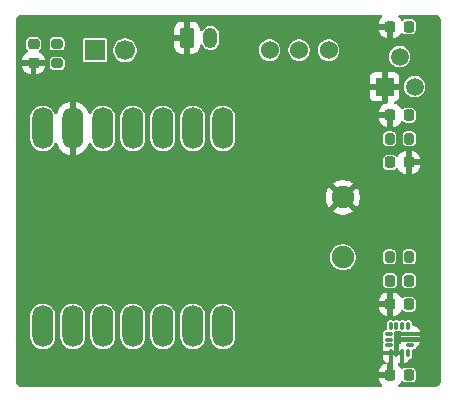
<source format=gbr>
%TF.GenerationSoftware,KiCad,Pcbnew,9.0.6*%
%TF.CreationDate,2026-02-27T13:09:19-08:00*%
%TF.ProjectId,C3_GestureDriver,43335f47-6573-4747-9572-654472697665,rev?*%
%TF.SameCoordinates,Original*%
%TF.FileFunction,Copper,L1,Top*%
%TF.FilePolarity,Positive*%
%FSLAX46Y46*%
G04 Gerber Fmt 4.6, Leading zero omitted, Abs format (unit mm)*
G04 Created by KiCad (PCBNEW 9.0.6) date 2026-02-27 13:09:19*
%MOMM*%
%LPD*%
G01*
G04 APERTURE LIST*
G04 Aperture macros list*
%AMRoundRect*
0 Rectangle with rounded corners*
0 $1 Rounding radius*
0 $2 $3 $4 $5 $6 $7 $8 $9 X,Y pos of 4 corners*
0 Add a 4 corners polygon primitive as box body*
4,1,4,$2,$3,$4,$5,$6,$7,$8,$9,$2,$3,0*
0 Add four circle primitives for the rounded corners*
1,1,$1+$1,$2,$3*
1,1,$1+$1,$4,$5*
1,1,$1+$1,$6,$7*
1,1,$1+$1,$8,$9*
0 Add four rect primitives between the rounded corners*
20,1,$1+$1,$2,$3,$4,$5,0*
20,1,$1+$1,$4,$5,$6,$7,0*
20,1,$1+$1,$6,$7,$8,$9,0*
20,1,$1+$1,$8,$9,$2,$3,0*%
G04 Aperture macros list end*
%TA.AperFunction,SMDPad,CuDef*%
%ADD10RoundRect,0.225000X0.225000X0.250000X-0.225000X0.250000X-0.225000X-0.250000X0.225000X-0.250000X0*%
%TD*%
%TA.AperFunction,SMDPad,CuDef*%
%ADD11RoundRect,0.087500X0.087500X-0.225000X0.087500X0.225000X-0.087500X0.225000X-0.087500X-0.225000X0*%
%TD*%
%TA.AperFunction,SMDPad,CuDef*%
%ADD12RoundRect,0.087500X0.225000X-0.087500X0.225000X0.087500X-0.225000X0.087500X-0.225000X-0.087500X0*%
%TD*%
%TA.AperFunction,ComponentPad*%
%ADD13O,1.778000X3.556000*%
%TD*%
%TA.AperFunction,ComponentPad*%
%ADD14C,1.905000*%
%TD*%
%TA.AperFunction,SMDPad,CuDef*%
%ADD15RoundRect,0.218750X0.218750X0.256250X-0.218750X0.256250X-0.218750X-0.256250X0.218750X-0.256250X0*%
%TD*%
%TA.AperFunction,SMDPad,CuDef*%
%ADD16RoundRect,0.218750X-0.218750X-0.256250X0.218750X-0.256250X0.218750X0.256250X-0.218750X0.256250X0*%
%TD*%
%TA.AperFunction,SMDPad,CuDef*%
%ADD17RoundRect,0.218750X0.256250X-0.218750X0.256250X0.218750X-0.256250X0.218750X-0.256250X-0.218750X0*%
%TD*%
%TA.AperFunction,ComponentPad*%
%ADD18RoundRect,0.250000X-0.350000X-0.625000X0.350000X-0.625000X0.350000X0.625000X-0.350000X0.625000X0*%
%TD*%
%TA.AperFunction,ComponentPad*%
%ADD19O,1.200000X1.750000*%
%TD*%
%TA.AperFunction,SMDPad,CuDef*%
%ADD20RoundRect,0.200000X0.200000X0.275000X-0.200000X0.275000X-0.200000X-0.275000X0.200000X-0.275000X0*%
%TD*%
%TA.AperFunction,ComponentPad*%
%ADD21C,1.524000*%
%TD*%
%TA.AperFunction,ComponentPad*%
%ADD22R,1.700000X1.700000*%
%TD*%
%TA.AperFunction,ComponentPad*%
%ADD23C,1.700000*%
%TD*%
%TA.AperFunction,ComponentPad*%
%ADD24R,1.498600X1.498600*%
%TD*%
%TA.AperFunction,ComponentPad*%
%ADD25C,1.498600*%
%TD*%
%TA.AperFunction,SMDPad,CuDef*%
%ADD26RoundRect,0.200000X0.275000X-0.200000X0.275000X0.200000X-0.275000X0.200000X-0.275000X-0.200000X0*%
%TD*%
G04 APERTURE END LIST*
D10*
%TO.P,C3,1*%
%TO.N,Net-(SW2-C)*%
X83775000Y-119000000D03*
%TO.P,C3,2*%
%TO.N,GND*%
X82225000Y-119000000D03*
%TD*%
D11*
%TO.P,U2,1,SDO/SA0*%
%TO.N,GND*%
X82250000Y-146662500D03*
%TO.P,U2,2,SDX*%
X82750000Y-146662500D03*
%TO.P,U2,3,SCX*%
X83250000Y-146662500D03*
%TO.P,U2,4,INT1*%
%TO.N,unconnected-(U2-INT1-Pad4)*%
X83750000Y-146662500D03*
D12*
%TO.P,U2,5,VDDIO*%
%TO.N,+3.3V*%
X83912500Y-146000000D03*
%TO.P,U2,6,GND*%
%TO.N,GND*%
X83912500Y-145500000D03*
%TO.P,U2,7,GND*%
X83912500Y-145000000D03*
D11*
%TO.P,U2,8,VDD*%
%TO.N,Net-(U2-VDD)*%
X83750000Y-144337500D03*
%TO.P,U2,9,INT2*%
%TO.N,unconnected-(U2-INT2-Pad9)*%
X83250000Y-144337500D03*
%TO.P,U2,10,NC*%
%TO.N,unconnected-(U2-NC-Pad10)*%
X82750000Y-144337500D03*
%TO.P,U2,11,NC*%
%TO.N,unconnected-(U2-NC-Pad11)*%
X82250000Y-144337500D03*
D12*
%TO.P,U2,12,CS*%
%TO.N,Net-(U2-CS)*%
X82087500Y-145000000D03*
%TO.P,U2,13,SCL*%
%TO.N,/LSM6DS3_SCL*%
X82087500Y-145500000D03*
%TO.P,U2,14,SDA*%
%TO.N,/LSM6DS3_SDA*%
X82087500Y-146000000D03*
%TD*%
D13*
%TO.P,U1,1,GPIO2_A0_D0*%
%TO.N,unconnected-(U1-GPIO2_A0_D0-Pad1)*%
X52800000Y-144382000D03*
%TO.P,U1,2,GPIO3_A1_D1*%
%TO.N,unconnected-(U1-GPIO3_A1_D1-Pad2)*%
X55340000Y-144382000D03*
%TO.P,U1,3,GPIO4_A2_D2*%
%TO.N,unconnected-(U1-GPIO4_A2_D2-Pad3)*%
X57880000Y-144382000D03*
%TO.P,U1,4,GPIO5_A3_D3*%
%TO.N,unconnected-(U1-GPIO5_A3_D3-Pad4)*%
X60420000Y-144382000D03*
%TO.P,U1,5,GPIO6_D4_SDA*%
%TO.N,/LSM6DS3_SDA*%
X62960000Y-144382000D03*
%TO.P,U1,6,GPIO7_D5_SCL*%
%TO.N,/LSM6DS3_SCL*%
X65500000Y-144382000D03*
%TO.P,U1,7,GPIO21_D6_TX*%
%TO.N,/TX*%
X68040000Y-144382000D03*
%TO.P,U1,8,GPIO20_D7_RX*%
%TO.N,/RX*%
X68040000Y-127618000D03*
%TO.P,U1,9,GPIO8_D8_SCK*%
%TO.N,unconnected-(U1-GPIO8_D8_SCK-Pad9)*%
X65500000Y-127618000D03*
%TO.P,U1,10,GPIO9_D9_MISO*%
%TO.N,unconnected-(U1-GPIO9_D9_MISO-Pad10)*%
X62960000Y-127618000D03*
%TO.P,U1,11,GPIO10_D10_MOSI*%
%TO.N,/D10_LED*%
X60420000Y-127618000D03*
%TO.P,U1,12,3V3*%
%TO.N,unconnected-(U1-3V3-Pad12)*%
X57880000Y-127618000D03*
%TO.P,U1,13,GND*%
%TO.N,GND*%
X55340000Y-127618000D03*
%TO.P,U1,14,VBUS*%
%TO.N,unconnected-(U1-VBUS-Pad14)*%
X52800000Y-127618000D03*
D14*
%TO.P,U1,15,BAT*%
%TO.N,+3.3V*%
X78200000Y-138540000D03*
%TO.P,U1,16,GND*%
%TO.N,GND*%
X78200000Y-133460000D03*
%TD*%
D15*
%TO.P,D2,1,K*%
%TO.N,GND*%
X83787500Y-130500000D03*
%TO.P,D2,2,A*%
%TO.N,Net-(D2-A)*%
X82212500Y-130500000D03*
%TD*%
D16*
%TO.P,L1,1,1*%
%TO.N,+3.3V*%
X82212500Y-140500000D03*
%TO.P,L1,2,2*%
%TO.N,Net-(U2-VDD)*%
X83787500Y-140500000D03*
%TD*%
D17*
%TO.P,D1,1,K*%
%TO.N,GND*%
X52018750Y-122075000D03*
%TO.P,D1,2,A*%
%TO.N,Net-(D1-A)*%
X52018750Y-120500000D03*
%TD*%
D10*
%TO.P,C1,1*%
%TO.N,Net-(U2-VDD)*%
X83775000Y-142500000D03*
%TO.P,C1,2*%
%TO.N,GND*%
X82225000Y-142500000D03*
%TD*%
D18*
%TO.P,J1,1,Pin_1*%
%TO.N,GND*%
X65000000Y-119950000D03*
D19*
%TO.P,J1,2,Pin_2*%
%TO.N,Net-(J1-Pin_2)*%
X67000000Y-119950000D03*
%TD*%
D20*
%TO.P,R3,1*%
%TO.N,+3.3V*%
X83825000Y-138500000D03*
%TO.P,R3,2*%
%TO.N,Net-(U2-CS)*%
X82175000Y-138500000D03*
%TD*%
D21*
%TO.P,SW2,1,A*%
%TO.N,unconnected-(SW2-A-Pad1)*%
X72000000Y-121000000D03*
%TO.P,SW2,2,B*%
%TO.N,Net-(J1-Pin_2)*%
X74500000Y-121000000D03*
%TO.P,SW2,3,C*%
%TO.N,Net-(SW2-C)*%
X77000000Y-121000000D03*
%TD*%
D22*
%TO.P,J2,1,Pin_1*%
%TO.N,/RX*%
X57225000Y-121000000D03*
D23*
%TO.P,J2,2,Pin_2*%
%TO.N,/TX*%
X59765000Y-121000000D03*
%TD*%
D10*
%TO.P,C2,1*%
%TO.N,+3.3V*%
X83775000Y-148500000D03*
%TO.P,C2,2*%
%TO.N,GND*%
X82225000Y-148500000D03*
%TD*%
D24*
%TO.P,U3,1,GND*%
%TO.N,GND*%
X81738344Y-124083948D03*
D25*
%TO.P,U3,2,VIN*%
%TO.N,Net-(SW2-C)*%
X83008344Y-121543948D03*
%TO.P,U3,3,VOUT*%
%TO.N,+3.3V*%
X84278344Y-124083948D03*
%TD*%
D10*
%TO.P,C4,1*%
%TO.N,+3.3V*%
X83775000Y-126500000D03*
%TO.P,C4,2*%
%TO.N,GND*%
X82225000Y-126500000D03*
%TD*%
D26*
%TO.P,R1,1*%
%TO.N,/D10_LED*%
X54018750Y-122112500D03*
%TO.P,R1,2*%
%TO.N,Net-(D1-A)*%
X54018750Y-120462500D03*
%TD*%
D20*
%TO.P,R2,1*%
%TO.N,+3.3V*%
X83825000Y-128500000D03*
%TO.P,R2,2*%
%TO.N,Net-(D2-A)*%
X82175000Y-128500000D03*
%TD*%
%TA.AperFunction,Conductor*%
%TO.N,GND*%
G36*
X81491872Y-118020185D02*
G01*
X81537627Y-118072989D01*
X81547571Y-118142147D01*
X81518546Y-118205703D01*
X81512514Y-118212181D01*
X81427427Y-118297267D01*
X81427424Y-118297271D01*
X81338457Y-118441507D01*
X81338452Y-118441518D01*
X81285144Y-118602393D01*
X81275000Y-118701677D01*
X81275000Y-118750000D01*
X82101000Y-118750000D01*
X82168039Y-118769685D01*
X82213794Y-118822489D01*
X82225000Y-118874000D01*
X82225000Y-119000000D01*
X82351000Y-119000000D01*
X82418039Y-119019685D01*
X82463794Y-119072489D01*
X82475000Y-119124000D01*
X82475000Y-119974999D01*
X82498308Y-119974999D01*
X82498322Y-119974998D01*
X82597607Y-119964855D01*
X82758481Y-119911547D01*
X82758492Y-119911542D01*
X82902728Y-119822575D01*
X82902732Y-119822572D01*
X83022571Y-119702733D01*
X83111582Y-119558424D01*
X83163530Y-119511700D01*
X83232493Y-119500477D01*
X83296575Y-119528321D01*
X83304802Y-119535840D01*
X83328789Y-119559827D01*
X83412103Y-119600556D01*
X83441375Y-119614866D01*
X83514364Y-119625500D01*
X83514370Y-119625500D01*
X84035630Y-119625500D01*
X84035636Y-119625500D01*
X84108625Y-119614866D01*
X84166118Y-119586759D01*
X84221210Y-119559827D01*
X84309827Y-119471210D01*
X84350268Y-119388485D01*
X84364866Y-119358625D01*
X84375500Y-119285636D01*
X84375500Y-118714364D01*
X84364866Y-118641375D01*
X84345809Y-118602393D01*
X84309827Y-118528789D01*
X84221210Y-118440172D01*
X84108628Y-118385135D01*
X84108626Y-118385134D01*
X84108625Y-118385134D01*
X84035636Y-118374500D01*
X83514364Y-118374500D01*
X83441375Y-118385134D01*
X83441373Y-118385134D01*
X83441371Y-118385135D01*
X83328790Y-118440172D01*
X83304801Y-118464161D01*
X83243477Y-118497645D01*
X83173786Y-118492659D01*
X83117853Y-118450787D01*
X83111582Y-118441575D01*
X83022571Y-118297266D01*
X82937486Y-118212181D01*
X82904001Y-118150858D01*
X82908985Y-118081166D01*
X82950857Y-118025233D01*
X83016321Y-118000816D01*
X83025167Y-118000500D01*
X85934108Y-118000500D01*
X85993038Y-118000500D01*
X86006922Y-118001280D01*
X86097266Y-118011459D01*
X86124331Y-118017636D01*
X86203540Y-118045352D01*
X86228553Y-118057398D01*
X86299606Y-118102043D01*
X86321313Y-118119355D01*
X86380644Y-118178686D01*
X86397957Y-118200395D01*
X86442600Y-118271444D01*
X86454648Y-118296462D01*
X86482362Y-118375666D01*
X86488540Y-118402735D01*
X86498720Y-118493076D01*
X86499500Y-118506961D01*
X86499500Y-148993038D01*
X86498720Y-149006922D01*
X86498720Y-149006923D01*
X86488540Y-149097264D01*
X86482362Y-149124333D01*
X86454648Y-149203537D01*
X86442600Y-149228555D01*
X86397957Y-149299604D01*
X86380644Y-149321313D01*
X86321313Y-149380644D01*
X86299604Y-149397957D01*
X86228555Y-149442600D01*
X86203537Y-149454648D01*
X86124333Y-149482362D01*
X86097264Y-149488540D01*
X86017075Y-149497576D01*
X86006921Y-149498720D01*
X85993038Y-149499500D01*
X83025167Y-149499500D01*
X82958128Y-149479815D01*
X82912373Y-149427011D01*
X82902429Y-149357853D01*
X82931454Y-149294297D01*
X82937486Y-149287819D01*
X83022571Y-149202733D01*
X83111582Y-149058424D01*
X83163530Y-149011700D01*
X83232493Y-149000477D01*
X83296575Y-149028321D01*
X83304802Y-149035840D01*
X83328789Y-149059827D01*
X83425935Y-149107318D01*
X83441375Y-149114866D01*
X83514364Y-149125500D01*
X83514370Y-149125500D01*
X84035630Y-149125500D01*
X84035636Y-149125500D01*
X84108625Y-149114866D01*
X84166118Y-149086759D01*
X84221210Y-149059827D01*
X84309827Y-148971210D01*
X84345809Y-148897607D01*
X84364866Y-148858625D01*
X84375500Y-148785636D01*
X84375500Y-148214364D01*
X84364866Y-148141375D01*
X84345809Y-148102393D01*
X84309827Y-148028789D01*
X84221210Y-147940172D01*
X84108628Y-147885135D01*
X84108626Y-147885134D01*
X84108625Y-147885134D01*
X84035636Y-147874500D01*
X83514364Y-147874500D01*
X83441375Y-147885134D01*
X83441373Y-147885134D01*
X83441371Y-147885135D01*
X83328790Y-147940172D01*
X83304801Y-147964161D01*
X83243477Y-147997645D01*
X83173786Y-147992659D01*
X83117853Y-147950787D01*
X83111582Y-147941575D01*
X83022571Y-147797266D01*
X82898545Y-147673240D01*
X82891740Y-147660778D01*
X82881119Y-147651351D01*
X82875327Y-147630720D01*
X82865060Y-147611917D01*
X82866072Y-147597752D01*
X82862235Y-147584081D01*
X82868515Y-147563597D01*
X82870044Y-147542225D01*
X82878554Y-147530856D01*
X82882717Y-147517281D01*
X82899076Y-147503443D01*
X82911916Y-147486292D01*
X82926259Y-147480450D01*
X82936062Y-147472159D01*
X82970043Y-147462620D01*
X82983816Y-147460807D01*
X83016183Y-147460807D01*
X83074999Y-147468549D01*
X83075000Y-147468549D01*
X83075000Y-146837500D01*
X82425000Y-146837500D01*
X82425000Y-147395000D01*
X82438681Y-147408681D01*
X82472166Y-147470004D01*
X82475000Y-147496362D01*
X82475000Y-148376000D01*
X82455315Y-148443039D01*
X82402511Y-148488794D01*
X82351000Y-148500000D01*
X82225000Y-148500000D01*
X82225000Y-148626000D01*
X82205315Y-148693039D01*
X82152511Y-148738794D01*
X82101000Y-148750000D01*
X81275001Y-148750000D01*
X81275001Y-148798322D01*
X81285144Y-148897607D01*
X81338452Y-149058481D01*
X81338457Y-149058492D01*
X81427424Y-149202728D01*
X81427427Y-149202732D01*
X81512514Y-149287819D01*
X81545999Y-149349142D01*
X81541015Y-149418834D01*
X81499143Y-149474767D01*
X81433679Y-149499184D01*
X81424833Y-149499500D01*
X51006962Y-149499500D01*
X50993078Y-149498720D01*
X50980553Y-149497308D01*
X50902735Y-149488540D01*
X50875666Y-149482362D01*
X50796462Y-149454648D01*
X50771444Y-149442600D01*
X50700395Y-149397957D01*
X50678686Y-149380644D01*
X50619355Y-149321313D01*
X50602042Y-149299604D01*
X50598707Y-149294297D01*
X50557398Y-149228553D01*
X50545351Y-149203537D01*
X50545069Y-149202732D01*
X50517636Y-149124331D01*
X50511459Y-149097263D01*
X50501280Y-149006922D01*
X50500500Y-148993038D01*
X50500500Y-148201677D01*
X81275000Y-148201677D01*
X81275000Y-148250000D01*
X81975000Y-148250000D01*
X81975000Y-147519000D01*
X81994685Y-147451961D01*
X82047489Y-147406206D01*
X82068327Y-147401672D01*
X82075000Y-147395000D01*
X82075000Y-146837500D01*
X81575001Y-146837500D01*
X81575001Y-146926013D01*
X81590118Y-147040859D01*
X81590122Y-147040871D01*
X81649316Y-147183780D01*
X81649319Y-147183786D01*
X81743489Y-147306509D01*
X81743490Y-147306510D01*
X81798763Y-147348923D01*
X81839965Y-147405351D01*
X81844120Y-147475097D01*
X81809907Y-147536017D01*
X81762281Y-147565004D01*
X81691516Y-147588453D01*
X81691507Y-147588457D01*
X81547271Y-147677424D01*
X81547267Y-147677427D01*
X81427427Y-147797267D01*
X81427424Y-147797271D01*
X81338457Y-147941507D01*
X81338452Y-147941518D01*
X81285144Y-148102393D01*
X81275000Y-148201677D01*
X50500500Y-148201677D01*
X50500500Y-146409620D01*
X81575000Y-146409620D01*
X81575000Y-146487500D01*
X82575000Y-146487500D01*
X82575000Y-145856450D01*
X82574998Y-145856448D01*
X82925000Y-145856448D01*
X82925000Y-146487500D01*
X83126000Y-146487500D01*
X83134685Y-146490050D01*
X83143647Y-146488762D01*
X83167687Y-146499740D01*
X83193039Y-146507185D01*
X83198966Y-146514025D01*
X83207203Y-146517787D01*
X83221492Y-146540021D01*
X83238794Y-146559989D01*
X83241081Y-146570503D01*
X83244977Y-146576565D01*
X83250000Y-146611500D01*
X83250000Y-146662500D01*
X83300500Y-146662500D01*
X83367539Y-146682185D01*
X83413294Y-146734989D01*
X83424500Y-146786500D01*
X83424500Y-146911941D01*
X83425000Y-146922109D01*
X83425000Y-147468548D01*
X83490869Y-147459878D01*
X83633782Y-147400682D01*
X83633786Y-147400680D01*
X83756509Y-147306510D01*
X83756510Y-147306509D01*
X83850680Y-147183786D01*
X83850702Y-147183734D01*
X83850733Y-147183695D01*
X83854746Y-147176745D01*
X83855829Y-147177370D01*
X83894538Y-147129327D01*
X83919976Y-147118526D01*
X83919081Y-147116364D01*
X83930359Y-147111691D01*
X83930363Y-147111691D01*
X84009089Y-147059089D01*
X84061691Y-146980363D01*
X84073279Y-146922109D01*
X84075500Y-146910944D01*
X84075500Y-146444259D01*
X84095185Y-146377220D01*
X84147989Y-146331465D01*
X84175302Y-146322643D01*
X84230363Y-146311691D01*
X84309089Y-146259089D01*
X84361691Y-146180363D01*
X84361691Y-146180359D01*
X84366364Y-146169081D01*
X84370231Y-146170682D01*
X84391917Y-146129194D01*
X84427042Y-146105261D01*
X84426745Y-146104746D01*
X84433648Y-146100760D01*
X84433734Y-146100702D01*
X84433786Y-146100680D01*
X84556509Y-146006510D01*
X84556510Y-146006509D01*
X84650680Y-145883786D01*
X84650683Y-145883780D01*
X84709878Y-145740868D01*
X84718551Y-145675000D01*
X84172110Y-145675000D01*
X84161932Y-145674500D01*
X84160942Y-145674500D01*
X83664058Y-145674500D01*
X83663068Y-145674500D01*
X83652890Y-145675000D01*
X83106451Y-145675000D01*
X83106449Y-145675001D01*
X83112866Y-145723744D01*
X83102100Y-145792779D01*
X83055719Y-145845034D01*
X82988450Y-145863918D01*
X82973741Y-145862866D01*
X82925000Y-145856448D01*
X82574998Y-145856448D01*
X82558416Y-145841907D01*
X82520993Y-145782904D01*
X82521409Y-145713036D01*
X82535865Y-145682355D01*
X82536689Y-145680365D01*
X82536691Y-145680363D01*
X82550500Y-145610942D01*
X82550500Y-145389058D01*
X82537758Y-145324999D01*
X83106448Y-145324999D01*
X83106449Y-145325000D01*
X84718549Y-145325000D01*
X84718549Y-145324999D01*
X84710807Y-145266186D01*
X84710807Y-145233814D01*
X84718551Y-145175000D01*
X83106451Y-145175000D01*
X83106449Y-145175001D01*
X83114192Y-145233818D01*
X83114192Y-145266187D01*
X83106448Y-145324999D01*
X82537758Y-145324999D01*
X82536691Y-145319637D01*
X82525411Y-145302755D01*
X82520075Y-145284099D01*
X82520189Y-145267784D01*
X82515314Y-145252215D01*
X82520429Y-145233567D01*
X82520565Y-145214231D01*
X82529481Y-145200567D01*
X82533798Y-145184834D01*
X82536187Y-145181116D01*
X82536691Y-145180363D01*
X82550500Y-145110942D01*
X82550500Y-144924500D01*
X82570185Y-144857461D01*
X82622989Y-144811706D01*
X82674500Y-144800500D01*
X82860944Y-144800500D01*
X82930359Y-144786692D01*
X82930359Y-144786691D01*
X82930363Y-144786691D01*
X82930365Y-144786689D01*
X82941643Y-144782018D01*
X82942136Y-144783208D01*
X82996460Y-144766197D01*
X83063841Y-144784679D01*
X83091905Y-144808417D01*
X83106448Y-144825000D01*
X84718549Y-144825000D01*
X84718550Y-144824998D01*
X84709881Y-144759140D01*
X84709877Y-144759128D01*
X84650683Y-144616219D01*
X84650680Y-144616213D01*
X84556510Y-144493490D01*
X84556509Y-144493489D01*
X84433786Y-144399319D01*
X84433780Y-144399316D01*
X84290871Y-144340122D01*
X84290867Y-144340121D01*
X84183314Y-144325961D01*
X84119418Y-144297694D01*
X84080947Y-144239370D01*
X84075500Y-144203022D01*
X84075500Y-144089055D01*
X84061692Y-144019640D01*
X84061691Y-144019637D01*
X84009089Y-143940911D01*
X83937357Y-143892982D01*
X83930362Y-143888308D01*
X83930359Y-143888307D01*
X83860944Y-143874500D01*
X83860942Y-143874500D01*
X83639058Y-143874500D01*
X83639056Y-143874500D01*
X83569640Y-143888307D01*
X83569634Y-143888310D01*
X83568888Y-143888809D01*
X83567013Y-143889395D01*
X83558356Y-143892982D01*
X83558034Y-143892206D01*
X83502209Y-143909685D01*
X83434830Y-143891198D01*
X83431112Y-143888809D01*
X83430365Y-143888310D01*
X83430359Y-143888307D01*
X83360944Y-143874500D01*
X83360942Y-143874500D01*
X83139058Y-143874500D01*
X83139056Y-143874500D01*
X83069640Y-143888307D01*
X83069634Y-143888310D01*
X83068888Y-143888809D01*
X83067013Y-143889395D01*
X83058356Y-143892982D01*
X83058034Y-143892206D01*
X83002209Y-143909685D01*
X82934830Y-143891198D01*
X82931112Y-143888809D01*
X82930365Y-143888310D01*
X82930359Y-143888307D01*
X82860944Y-143874500D01*
X82860942Y-143874500D01*
X82639058Y-143874500D01*
X82639056Y-143874500D01*
X82569640Y-143888307D01*
X82569634Y-143888310D01*
X82568888Y-143888809D01*
X82567013Y-143889395D01*
X82558356Y-143892982D01*
X82558034Y-143892206D01*
X82502209Y-143909685D01*
X82434830Y-143891198D01*
X82431112Y-143888809D01*
X82430365Y-143888310D01*
X82430359Y-143888307D01*
X82360944Y-143874500D01*
X82360942Y-143874500D01*
X82139058Y-143874500D01*
X82139056Y-143874500D01*
X82069640Y-143888307D01*
X82069637Y-143888308D01*
X81990911Y-143940911D01*
X81938308Y-144019637D01*
X81938307Y-144019640D01*
X81924500Y-144089055D01*
X81924500Y-144555740D01*
X81904815Y-144622779D01*
X81852011Y-144668534D01*
X81824692Y-144677357D01*
X81769640Y-144688307D01*
X81769637Y-144688308D01*
X81690911Y-144740911D01*
X81638308Y-144819637D01*
X81638307Y-144819640D01*
X81624500Y-144889055D01*
X81624500Y-144889058D01*
X81624500Y-145110942D01*
X81624500Y-145110944D01*
X81624499Y-145110944D01*
X81638307Y-145180359D01*
X81638310Y-145180365D01*
X81638809Y-145181112D01*
X81639395Y-145182986D01*
X81642982Y-145191644D01*
X81642206Y-145191965D01*
X81659685Y-145247791D01*
X81641198Y-145315170D01*
X81638809Y-145318888D01*
X81638310Y-145319634D01*
X81638307Y-145319640D01*
X81624500Y-145389055D01*
X81624500Y-145389058D01*
X81624500Y-145610942D01*
X81624500Y-145610944D01*
X81624499Y-145610944D01*
X81638307Y-145680359D01*
X81638310Y-145680365D01*
X81638809Y-145681112D01*
X81639395Y-145682986D01*
X81642982Y-145691644D01*
X81642206Y-145691965D01*
X81659685Y-145747791D01*
X81641198Y-145815170D01*
X81638809Y-145818888D01*
X81638310Y-145819634D01*
X81638307Y-145819640D01*
X81624500Y-145889055D01*
X81624500Y-146110946D01*
X81629281Y-146134981D01*
X81628453Y-146144234D01*
X81631511Y-146153009D01*
X81628230Y-146188150D01*
X81575000Y-146409620D01*
X50500500Y-146409620D01*
X50500500Y-143390613D01*
X51760500Y-143390613D01*
X51760500Y-145373386D01*
X51800445Y-145574203D01*
X51800447Y-145574211D01*
X51849222Y-145691965D01*
X51878807Y-145763388D01*
X51915891Y-145818888D01*
X51992568Y-145933645D01*
X52137354Y-146078431D01*
X52137357Y-146078433D01*
X52307612Y-146192193D01*
X52496789Y-146270553D01*
X52697613Y-146310499D01*
X52697617Y-146310500D01*
X52697618Y-146310500D01*
X52902383Y-146310500D01*
X52902384Y-146310499D01*
X53103211Y-146270553D01*
X53292388Y-146192193D01*
X53462643Y-146078433D01*
X53607433Y-145933643D01*
X53721193Y-145763388D01*
X53799553Y-145574211D01*
X53839500Y-145373382D01*
X53839500Y-143390618D01*
X53839499Y-143390613D01*
X54300500Y-143390613D01*
X54300500Y-145373386D01*
X54340445Y-145574203D01*
X54340447Y-145574211D01*
X54389222Y-145691965D01*
X54418807Y-145763388D01*
X54455891Y-145818888D01*
X54532568Y-145933645D01*
X54677354Y-146078431D01*
X54677357Y-146078433D01*
X54847612Y-146192193D01*
X55036789Y-146270553D01*
X55237613Y-146310499D01*
X55237617Y-146310500D01*
X55237618Y-146310500D01*
X55442383Y-146310500D01*
X55442384Y-146310499D01*
X55643211Y-146270553D01*
X55832388Y-146192193D01*
X56002643Y-146078433D01*
X56147433Y-145933643D01*
X56261193Y-145763388D01*
X56339553Y-145574211D01*
X56379500Y-145373382D01*
X56379500Y-143390618D01*
X56379499Y-143390613D01*
X56840500Y-143390613D01*
X56840500Y-145373386D01*
X56880445Y-145574203D01*
X56880447Y-145574211D01*
X56929222Y-145691965D01*
X56958807Y-145763388D01*
X56995891Y-145818888D01*
X57072568Y-145933645D01*
X57217354Y-146078431D01*
X57217357Y-146078433D01*
X57387612Y-146192193D01*
X57576789Y-146270553D01*
X57777613Y-146310499D01*
X57777617Y-146310500D01*
X57777618Y-146310500D01*
X57982383Y-146310500D01*
X57982384Y-146310499D01*
X58183211Y-146270553D01*
X58372388Y-146192193D01*
X58542643Y-146078433D01*
X58687433Y-145933643D01*
X58801193Y-145763388D01*
X58879553Y-145574211D01*
X58919500Y-145373382D01*
X58919500Y-143390618D01*
X58919499Y-143390613D01*
X59380500Y-143390613D01*
X59380500Y-145373386D01*
X59420445Y-145574203D01*
X59420447Y-145574211D01*
X59469222Y-145691965D01*
X59498807Y-145763388D01*
X59535891Y-145818888D01*
X59612568Y-145933645D01*
X59757354Y-146078431D01*
X59757357Y-146078433D01*
X59927612Y-146192193D01*
X60116789Y-146270553D01*
X60317613Y-146310499D01*
X60317617Y-146310500D01*
X60317618Y-146310500D01*
X60522383Y-146310500D01*
X60522384Y-146310499D01*
X60723211Y-146270553D01*
X60912388Y-146192193D01*
X61082643Y-146078433D01*
X61227433Y-145933643D01*
X61341193Y-145763388D01*
X61419553Y-145574211D01*
X61459500Y-145373382D01*
X61459500Y-143390618D01*
X61459499Y-143390613D01*
X61920500Y-143390613D01*
X61920500Y-145373386D01*
X61960445Y-145574203D01*
X61960447Y-145574211D01*
X62009222Y-145691965D01*
X62038807Y-145763388D01*
X62075891Y-145818888D01*
X62152568Y-145933645D01*
X62297354Y-146078431D01*
X62297357Y-146078433D01*
X62467612Y-146192193D01*
X62656789Y-146270553D01*
X62857613Y-146310499D01*
X62857617Y-146310500D01*
X62857618Y-146310500D01*
X63062383Y-146310500D01*
X63062384Y-146310499D01*
X63263211Y-146270553D01*
X63452388Y-146192193D01*
X63622643Y-146078433D01*
X63767433Y-145933643D01*
X63881193Y-145763388D01*
X63959553Y-145574211D01*
X63999500Y-145373382D01*
X63999500Y-143390618D01*
X63999499Y-143390613D01*
X64460500Y-143390613D01*
X64460500Y-145373386D01*
X64500445Y-145574203D01*
X64500447Y-145574211D01*
X64549222Y-145691965D01*
X64578807Y-145763388D01*
X64615891Y-145818888D01*
X64692568Y-145933645D01*
X64837354Y-146078431D01*
X64837357Y-146078433D01*
X65007612Y-146192193D01*
X65196789Y-146270553D01*
X65397613Y-146310499D01*
X65397617Y-146310500D01*
X65397618Y-146310500D01*
X65602383Y-146310500D01*
X65602384Y-146310499D01*
X65803211Y-146270553D01*
X65992388Y-146192193D01*
X66162643Y-146078433D01*
X66307433Y-145933643D01*
X66421193Y-145763388D01*
X66499553Y-145574211D01*
X66539500Y-145373382D01*
X66539500Y-143390618D01*
X66539499Y-143390613D01*
X67000500Y-143390613D01*
X67000500Y-145373386D01*
X67040445Y-145574203D01*
X67040447Y-145574211D01*
X67089222Y-145691965D01*
X67118807Y-145763388D01*
X67155891Y-145818888D01*
X67232568Y-145933645D01*
X67377354Y-146078431D01*
X67377357Y-146078433D01*
X67547612Y-146192193D01*
X67736789Y-146270553D01*
X67937613Y-146310499D01*
X67937617Y-146310500D01*
X67937618Y-146310500D01*
X68142383Y-146310500D01*
X68142384Y-146310499D01*
X68195539Y-146299926D01*
X68329338Y-146273313D01*
X68335788Y-146272029D01*
X68343211Y-146270553D01*
X68532388Y-146192193D01*
X68702643Y-146078433D01*
X68847433Y-145933643D01*
X68961193Y-145763388D01*
X69039553Y-145574211D01*
X69079500Y-145373382D01*
X69079500Y-143390618D01*
X69039553Y-143189789D01*
X68961193Y-143000612D01*
X68847433Y-142830357D01*
X68847431Y-142830354D01*
X68815399Y-142798322D01*
X81275001Y-142798322D01*
X81285144Y-142897607D01*
X81338452Y-143058481D01*
X81338457Y-143058492D01*
X81427424Y-143202728D01*
X81427427Y-143202732D01*
X81547267Y-143322572D01*
X81547271Y-143322575D01*
X81691507Y-143411542D01*
X81691518Y-143411547D01*
X81852393Y-143464855D01*
X81951683Y-143474999D01*
X82475000Y-143474999D01*
X82498308Y-143474999D01*
X82498322Y-143474998D01*
X82597607Y-143464855D01*
X82758481Y-143411547D01*
X82758492Y-143411542D01*
X82902728Y-143322575D01*
X82902732Y-143322572D01*
X83022571Y-143202733D01*
X83111582Y-143058424D01*
X83163530Y-143011700D01*
X83232493Y-143000477D01*
X83296575Y-143028321D01*
X83304802Y-143035840D01*
X83328789Y-143059827D01*
X83436572Y-143112518D01*
X83441375Y-143114866D01*
X83514364Y-143125500D01*
X83514370Y-143125500D01*
X84035630Y-143125500D01*
X84035636Y-143125500D01*
X84108625Y-143114866D01*
X84166118Y-143086759D01*
X84221210Y-143059827D01*
X84309827Y-142971210D01*
X84345809Y-142897607D01*
X84364866Y-142858625D01*
X84375500Y-142785636D01*
X84375500Y-142214364D01*
X84364866Y-142141375D01*
X84345809Y-142102393D01*
X84309827Y-142028789D01*
X84221210Y-141940172D01*
X84108628Y-141885135D01*
X84108626Y-141885134D01*
X84108625Y-141885134D01*
X84035636Y-141874500D01*
X83514364Y-141874500D01*
X83441375Y-141885134D01*
X83441373Y-141885134D01*
X83441371Y-141885135D01*
X83328790Y-141940172D01*
X83304801Y-141964161D01*
X83243477Y-141997645D01*
X83173786Y-141992659D01*
X83117853Y-141950787D01*
X83111582Y-141941575D01*
X83022571Y-141797266D01*
X82902732Y-141677427D01*
X82902728Y-141677424D01*
X82758492Y-141588457D01*
X82758481Y-141588452D01*
X82597606Y-141535144D01*
X82498322Y-141525000D01*
X82475000Y-141525000D01*
X82475000Y-143474999D01*
X81951683Y-143474999D01*
X81975000Y-143474998D01*
X81975000Y-142750000D01*
X81275001Y-142750000D01*
X81275001Y-142798322D01*
X68815399Y-142798322D01*
X68702645Y-142685568D01*
X68617515Y-142628687D01*
X68532388Y-142571807D01*
X68343211Y-142493447D01*
X68343203Y-142493445D01*
X68142386Y-142453500D01*
X68142382Y-142453500D01*
X67937618Y-142453500D01*
X67937613Y-142453500D01*
X67736796Y-142493445D01*
X67736788Y-142493447D01*
X67547613Y-142571806D01*
X67377354Y-142685568D01*
X67232568Y-142830354D01*
X67118806Y-143000613D01*
X67040447Y-143189788D01*
X67040445Y-143189796D01*
X67000500Y-143390613D01*
X66539499Y-143390613D01*
X66499553Y-143189789D01*
X66421193Y-143000612D01*
X66307433Y-142830357D01*
X66307431Y-142830354D01*
X66162645Y-142685568D01*
X66077515Y-142628687D01*
X65992388Y-142571807D01*
X65803211Y-142493447D01*
X65803203Y-142493445D01*
X65602386Y-142453500D01*
X65602382Y-142453500D01*
X65397618Y-142453500D01*
X65397613Y-142453500D01*
X65196796Y-142493445D01*
X65196788Y-142493447D01*
X65007613Y-142571806D01*
X64837354Y-142685568D01*
X64692568Y-142830354D01*
X64578806Y-143000613D01*
X64500447Y-143189788D01*
X64500445Y-143189796D01*
X64460500Y-143390613D01*
X63999499Y-143390613D01*
X63959553Y-143189789D01*
X63881193Y-143000612D01*
X63767433Y-142830357D01*
X63767431Y-142830354D01*
X63622645Y-142685568D01*
X63537515Y-142628687D01*
X63452388Y-142571807D01*
X63263211Y-142493447D01*
X63263203Y-142493445D01*
X63062386Y-142453500D01*
X63062382Y-142453500D01*
X62857618Y-142453500D01*
X62857613Y-142453500D01*
X62656796Y-142493445D01*
X62656788Y-142493447D01*
X62467613Y-142571806D01*
X62297354Y-142685568D01*
X62152568Y-142830354D01*
X62038806Y-143000613D01*
X61960447Y-143189788D01*
X61960445Y-143189796D01*
X61920500Y-143390613D01*
X61459499Y-143390613D01*
X61419553Y-143189789D01*
X61341193Y-143000612D01*
X61227433Y-142830357D01*
X61227431Y-142830354D01*
X61082645Y-142685568D01*
X60997515Y-142628687D01*
X60912388Y-142571807D01*
X60723211Y-142493447D01*
X60723203Y-142493445D01*
X60522386Y-142453500D01*
X60522382Y-142453500D01*
X60317618Y-142453500D01*
X60317613Y-142453500D01*
X60116796Y-142493445D01*
X60116788Y-142493447D01*
X59927613Y-142571806D01*
X59757354Y-142685568D01*
X59612568Y-142830354D01*
X59498806Y-143000613D01*
X59420447Y-143189788D01*
X59420445Y-143189796D01*
X59380500Y-143390613D01*
X58919499Y-143390613D01*
X58879553Y-143189789D01*
X58801193Y-143000612D01*
X58687433Y-142830357D01*
X58687431Y-142830354D01*
X58542645Y-142685568D01*
X58457515Y-142628687D01*
X58372388Y-142571807D01*
X58183211Y-142493447D01*
X58183203Y-142493445D01*
X57982386Y-142453500D01*
X57982382Y-142453500D01*
X57777618Y-142453500D01*
X57777613Y-142453500D01*
X57576796Y-142493445D01*
X57576788Y-142493447D01*
X57387613Y-142571806D01*
X57217354Y-142685568D01*
X57072568Y-142830354D01*
X56958806Y-143000613D01*
X56880447Y-143189788D01*
X56880445Y-143189796D01*
X56840500Y-143390613D01*
X56379499Y-143390613D01*
X56339553Y-143189789D01*
X56261193Y-143000612D01*
X56147433Y-142830357D01*
X56147431Y-142830354D01*
X56002645Y-142685568D01*
X55917515Y-142628687D01*
X55832388Y-142571807D01*
X55643211Y-142493447D01*
X55643203Y-142493445D01*
X55442386Y-142453500D01*
X55442382Y-142453500D01*
X55237618Y-142453500D01*
X55237613Y-142453500D01*
X55036796Y-142493445D01*
X55036788Y-142493447D01*
X54847613Y-142571806D01*
X54677354Y-142685568D01*
X54532568Y-142830354D01*
X54418806Y-143000613D01*
X54340447Y-143189788D01*
X54340445Y-143189796D01*
X54300500Y-143390613D01*
X53839499Y-143390613D01*
X53799553Y-143189789D01*
X53721193Y-143000612D01*
X53607433Y-142830357D01*
X53607431Y-142830354D01*
X53462645Y-142685568D01*
X53377515Y-142628687D01*
X53292388Y-142571807D01*
X53103211Y-142493447D01*
X53103203Y-142493445D01*
X52902386Y-142453500D01*
X52902382Y-142453500D01*
X52697618Y-142453500D01*
X52697613Y-142453500D01*
X52496796Y-142493445D01*
X52496788Y-142493447D01*
X52307613Y-142571806D01*
X52137354Y-142685568D01*
X51992568Y-142830354D01*
X51878806Y-143000613D01*
X51800447Y-143189788D01*
X51800445Y-143189796D01*
X51760500Y-143390613D01*
X50500500Y-143390613D01*
X50500500Y-142201677D01*
X81275000Y-142201677D01*
X81275000Y-142250000D01*
X81975000Y-142250000D01*
X81975000Y-141524999D01*
X81951693Y-141525000D01*
X81951674Y-141525001D01*
X81852392Y-141535144D01*
X81691518Y-141588452D01*
X81691507Y-141588457D01*
X81547271Y-141677424D01*
X81547267Y-141677427D01*
X81427427Y-141797267D01*
X81427424Y-141797271D01*
X81338457Y-141941507D01*
X81338452Y-141941518D01*
X81285144Y-142102393D01*
X81275000Y-142201677D01*
X50500500Y-142201677D01*
X50500500Y-140208705D01*
X81624500Y-140208705D01*
X81624500Y-140208709D01*
X81624500Y-140208710D01*
X81624500Y-140791293D01*
X81634957Y-140863067D01*
X81689082Y-140973782D01*
X81776217Y-141060917D01*
X81776218Y-141060917D01*
X81776220Y-141060919D01*
X81886933Y-141115043D01*
X81958705Y-141125500D01*
X82466294Y-141125499D01*
X82538067Y-141115043D01*
X82648780Y-141060919D01*
X82735919Y-140973780D01*
X82790043Y-140863067D01*
X82800500Y-140791295D01*
X82800499Y-140208706D01*
X82800499Y-140208705D01*
X83199500Y-140208705D01*
X83199500Y-140208709D01*
X83199500Y-140208710D01*
X83199500Y-140791293D01*
X83209957Y-140863067D01*
X83264082Y-140973782D01*
X83351217Y-141060917D01*
X83351218Y-141060917D01*
X83351220Y-141060919D01*
X83461933Y-141115043D01*
X83533705Y-141125500D01*
X84041294Y-141125499D01*
X84113067Y-141115043D01*
X84223780Y-141060919D01*
X84310919Y-140973780D01*
X84365043Y-140863067D01*
X84375500Y-140791295D01*
X84375499Y-140208706D01*
X84365043Y-140136933D01*
X84310919Y-140026220D01*
X84310917Y-140026218D01*
X84310917Y-140026217D01*
X84223782Y-139939082D01*
X84113067Y-139884957D01*
X84041295Y-139874500D01*
X84041289Y-139874500D01*
X83533706Y-139874500D01*
X83461932Y-139884957D01*
X83351217Y-139939082D01*
X83264082Y-140026217D01*
X83264081Y-140026220D01*
X83209957Y-140136933D01*
X83199500Y-140208705D01*
X82800499Y-140208705D01*
X82790043Y-140136933D01*
X82735919Y-140026220D01*
X82735917Y-140026218D01*
X82735917Y-140026217D01*
X82648782Y-139939082D01*
X82538067Y-139884957D01*
X82466295Y-139874500D01*
X82466289Y-139874500D01*
X81958706Y-139874500D01*
X81886932Y-139884957D01*
X81776217Y-139939082D01*
X81689082Y-140026217D01*
X81689081Y-140026220D01*
X81634957Y-140136933D01*
X81624500Y-140208705D01*
X50500500Y-140208705D01*
X50500500Y-138453186D01*
X77097000Y-138453186D01*
X77097000Y-138626813D01*
X77124158Y-138798281D01*
X77124159Y-138798287D01*
X77149537Y-138876391D01*
X77177811Y-138963409D01*
X77229166Y-139064196D01*
X77255343Y-139115573D01*
X77256632Y-139118101D01*
X77358672Y-139258550D01*
X77481449Y-139381327D01*
X77612876Y-139476812D01*
X77621902Y-139483370D01*
X77720470Y-139533593D01*
X77776590Y-139562188D01*
X77776592Y-139562188D01*
X77776595Y-139562190D01*
X77941713Y-139615841D01*
X78027452Y-139629420D01*
X78113187Y-139643000D01*
X78113192Y-139643000D01*
X78286813Y-139643000D01*
X78364753Y-139630655D01*
X78458287Y-139615841D01*
X78623405Y-139562190D01*
X78778098Y-139483370D01*
X78856957Y-139426075D01*
X78918550Y-139381327D01*
X78918552Y-139381324D01*
X78918556Y-139381322D01*
X79041322Y-139258556D01*
X79041324Y-139258552D01*
X79041327Y-139258550D01*
X79086075Y-139196957D01*
X79143370Y-139118098D01*
X79222190Y-138963405D01*
X79275841Y-138798287D01*
X79290655Y-138704753D01*
X79303000Y-138626813D01*
X79303000Y-138453186D01*
X79284894Y-138338872D01*
X79275841Y-138281713D01*
X79246606Y-138191739D01*
X81624500Y-138191739D01*
X81624500Y-138808260D01*
X81634426Y-138876391D01*
X81685803Y-138981485D01*
X81768514Y-139064196D01*
X81768515Y-139064196D01*
X81768517Y-139064198D01*
X81873607Y-139115573D01*
X81890958Y-139118101D01*
X81941739Y-139125500D01*
X81941740Y-139125500D01*
X82408261Y-139125500D01*
X82430971Y-139122191D01*
X82476393Y-139115573D01*
X82581483Y-139064198D01*
X82664198Y-138981483D01*
X82715573Y-138876393D01*
X82725500Y-138808260D01*
X82725500Y-138191740D01*
X82725500Y-138191739D01*
X83274500Y-138191739D01*
X83274500Y-138808260D01*
X83284426Y-138876391D01*
X83335803Y-138981485D01*
X83418514Y-139064196D01*
X83418515Y-139064196D01*
X83418517Y-139064198D01*
X83523607Y-139115573D01*
X83540958Y-139118101D01*
X83591739Y-139125500D01*
X83591740Y-139125500D01*
X84058261Y-139125500D01*
X84080971Y-139122191D01*
X84126393Y-139115573D01*
X84231483Y-139064198D01*
X84314198Y-138981483D01*
X84365573Y-138876393D01*
X84375500Y-138808260D01*
X84375500Y-138191740D01*
X84365573Y-138123607D01*
X84314198Y-138018517D01*
X84314196Y-138018515D01*
X84314196Y-138018514D01*
X84231485Y-137935803D01*
X84126391Y-137884426D01*
X84058261Y-137874500D01*
X84058260Y-137874500D01*
X83591740Y-137874500D01*
X83591739Y-137874500D01*
X83523608Y-137884426D01*
X83418514Y-137935803D01*
X83335803Y-138018514D01*
X83284426Y-138123608D01*
X83274500Y-138191739D01*
X82725500Y-138191739D01*
X82715573Y-138123607D01*
X82664198Y-138018517D01*
X82664196Y-138018515D01*
X82664196Y-138018514D01*
X82581485Y-137935803D01*
X82476391Y-137884426D01*
X82408261Y-137874500D01*
X82408260Y-137874500D01*
X81941740Y-137874500D01*
X81941739Y-137874500D01*
X81873608Y-137884426D01*
X81768514Y-137935803D01*
X81685803Y-138018514D01*
X81634426Y-138123608D01*
X81624500Y-138191739D01*
X79246606Y-138191739D01*
X79222190Y-138116595D01*
X79222188Y-138116592D01*
X79222188Y-138116590D01*
X79193593Y-138060470D01*
X79143370Y-137961902D01*
X79124408Y-137935803D01*
X79041327Y-137821449D01*
X78918550Y-137698672D01*
X78778101Y-137596632D01*
X78778100Y-137596631D01*
X78778098Y-137596630D01*
X78729790Y-137572016D01*
X78623409Y-137517811D01*
X78583794Y-137504939D01*
X78458287Y-137464159D01*
X78458281Y-137464158D01*
X78286813Y-137437000D01*
X78286808Y-137437000D01*
X78113192Y-137437000D01*
X78113187Y-137437000D01*
X77941718Y-137464158D01*
X77941716Y-137464158D01*
X77941713Y-137464159D01*
X77859154Y-137490984D01*
X77776590Y-137517811D01*
X77621898Y-137596632D01*
X77481449Y-137698672D01*
X77358672Y-137821449D01*
X77256632Y-137961898D01*
X77177811Y-138116590D01*
X77175531Y-138123608D01*
X77124159Y-138281713D01*
X77124159Y-138281715D01*
X77124158Y-138281718D01*
X77097000Y-138453186D01*
X50500500Y-138453186D01*
X50500500Y-133345686D01*
X76747500Y-133345686D01*
X76747500Y-133574313D01*
X76783265Y-133800124D01*
X76783265Y-133800125D01*
X76853917Y-134017568D01*
X76957711Y-134221276D01*
X77011347Y-134295098D01*
X77011347Y-134295099D01*
X77710504Y-133595941D01*
X77726619Y-133656081D01*
X77793498Y-133771920D01*
X77888080Y-133866502D01*
X78003919Y-133933381D01*
X78064057Y-133949494D01*
X77364899Y-134648651D01*
X77438725Y-134702288D01*
X77438731Y-134702292D01*
X77642431Y-134806082D01*
X77859875Y-134876734D01*
X78085687Y-134912500D01*
X78314313Y-134912500D01*
X78540124Y-134876734D01*
X78540125Y-134876734D01*
X78757568Y-134806082D01*
X78961276Y-134702288D01*
X79035098Y-134648651D01*
X78335942Y-133949495D01*
X78396081Y-133933381D01*
X78511920Y-133866502D01*
X78606502Y-133771920D01*
X78673381Y-133656081D01*
X78689494Y-133595942D01*
X79388651Y-134295099D01*
X79388651Y-134295098D01*
X79442288Y-134221276D01*
X79546082Y-134017568D01*
X79616734Y-133800125D01*
X79616734Y-133800124D01*
X79652500Y-133574313D01*
X79652500Y-133345686D01*
X79616734Y-133119875D01*
X79616734Y-133119874D01*
X79546082Y-132902431D01*
X79442292Y-132698731D01*
X79442288Y-132698725D01*
X79388651Y-132624900D01*
X79388651Y-132624899D01*
X78689494Y-133324056D01*
X78673381Y-133263919D01*
X78606502Y-133148080D01*
X78511920Y-133053498D01*
X78396081Y-132986619D01*
X78335940Y-132970504D01*
X79035099Y-132271347D01*
X78961276Y-132217711D01*
X78757568Y-132113917D01*
X78540124Y-132043265D01*
X78314313Y-132007500D01*
X78085687Y-132007500D01*
X77859875Y-132043265D01*
X77859874Y-132043265D01*
X77642431Y-132113917D01*
X77438719Y-132217713D01*
X77364900Y-132271346D01*
X77364899Y-132271347D01*
X78064057Y-132970504D01*
X78003919Y-132986619D01*
X77888080Y-133053498D01*
X77793498Y-133148080D01*
X77726619Y-133263919D01*
X77710504Y-133324057D01*
X77011347Y-132624899D01*
X77011346Y-132624900D01*
X76957713Y-132698719D01*
X76853917Y-132902431D01*
X76783265Y-133119874D01*
X76783265Y-133119875D01*
X76747500Y-133345686D01*
X50500500Y-133345686D01*
X50500500Y-130208705D01*
X81624500Y-130208705D01*
X81624500Y-130208709D01*
X81624500Y-130208710D01*
X81624500Y-130791293D01*
X81634957Y-130863067D01*
X81689082Y-130973782D01*
X81776217Y-131060917D01*
X81776218Y-131060917D01*
X81776220Y-131060919D01*
X81886933Y-131115043D01*
X81958705Y-131125500D01*
X82466294Y-131125499D01*
X82538067Y-131115043D01*
X82648780Y-131060919D01*
X82704729Y-131004969D01*
X82766050Y-130971486D01*
X82835742Y-130976470D01*
X82891676Y-131018341D01*
X82910115Y-131053648D01*
X82912906Y-131062072D01*
X82912908Y-131062077D01*
X83001114Y-131205080D01*
X83119919Y-131323885D01*
X83262922Y-131412091D01*
X83262927Y-131412093D01*
X83422416Y-131464942D01*
X83520856Y-131474999D01*
X84037500Y-131474999D01*
X84054136Y-131474999D01*
X84054152Y-131474998D01*
X84152583Y-131464943D01*
X84312072Y-131412093D01*
X84312077Y-131412091D01*
X84455080Y-131323885D01*
X84573885Y-131205080D01*
X84662091Y-131062077D01*
X84662093Y-131062072D01*
X84714942Y-130902583D01*
X84724999Y-130804150D01*
X84725000Y-130804137D01*
X84725000Y-130750000D01*
X84037500Y-130750000D01*
X84037500Y-131474999D01*
X83520856Y-131474999D01*
X83537500Y-131474998D01*
X83537500Y-130250000D01*
X84037500Y-130250000D01*
X84724999Y-130250000D01*
X84724999Y-130195864D01*
X84724998Y-130195847D01*
X84714943Y-130097416D01*
X84662093Y-129937927D01*
X84662091Y-129937922D01*
X84573885Y-129794919D01*
X84455080Y-129676114D01*
X84312077Y-129587908D01*
X84312072Y-129587906D01*
X84152583Y-129535057D01*
X84054150Y-129525000D01*
X84037500Y-129525000D01*
X84037500Y-130250000D01*
X83537500Y-130250000D01*
X83537500Y-129524999D01*
X83520856Y-129525000D01*
X83422415Y-129535057D01*
X83262927Y-129587906D01*
X83262922Y-129587908D01*
X83119919Y-129676114D01*
X83001114Y-129794919D01*
X82912908Y-129937922D01*
X82912905Y-129937928D01*
X82910114Y-129946354D01*
X82870340Y-130003798D01*
X82805824Y-130030619D01*
X82737048Y-130018303D01*
X82704728Y-129995028D01*
X82648782Y-129939082D01*
X82538067Y-129884957D01*
X82466295Y-129874500D01*
X82466289Y-129874500D01*
X81958706Y-129874500D01*
X81886932Y-129884957D01*
X81776217Y-129939082D01*
X81689082Y-130026217D01*
X81654276Y-130097416D01*
X81634957Y-130136933D01*
X81624500Y-130208705D01*
X50500500Y-130208705D01*
X50500500Y-126626613D01*
X51760500Y-126626613D01*
X51760500Y-128609386D01*
X51800445Y-128810203D01*
X51800447Y-128810211D01*
X51878806Y-128999386D01*
X51992568Y-129169645D01*
X52137354Y-129314431D01*
X52137357Y-129314433D01*
X52307612Y-129428193D01*
X52496789Y-129506553D01*
X52640090Y-129535057D01*
X52697613Y-129546499D01*
X52697617Y-129546500D01*
X52697618Y-129546500D01*
X52902383Y-129546500D01*
X52902384Y-129546499D01*
X53103211Y-129506553D01*
X53292388Y-129428193D01*
X53462643Y-129314433D01*
X53607433Y-129169643D01*
X53721193Y-128999388D01*
X53770950Y-128879263D01*
X53814791Y-128824860D01*
X53881085Y-128802795D01*
X53948784Y-128820074D01*
X53996395Y-128871211D01*
X54003442Y-128888398D01*
X54052761Y-129040188D01*
X54052762Y-129040191D01*
X54152023Y-129234998D01*
X54280524Y-129411866D01*
X54280528Y-129411871D01*
X54435128Y-129566471D01*
X54435133Y-129566475D01*
X54612001Y-129694976D01*
X54806808Y-129794237D01*
X54806811Y-129794238D01*
X55014739Y-129861797D01*
X55089999Y-129873717D01*
X55090000Y-129873717D01*
X55090000Y-128822251D01*
X55143919Y-128853381D01*
X55273120Y-128888000D01*
X55406880Y-128888000D01*
X55536081Y-128853381D01*
X55590000Y-128822251D01*
X55590000Y-129873717D01*
X55665258Y-129861797D01*
X55665261Y-129861797D01*
X55873188Y-129794238D01*
X55873191Y-129794237D01*
X56067998Y-129694976D01*
X56244866Y-129566475D01*
X56244871Y-129566471D01*
X56399471Y-129411871D01*
X56399475Y-129411866D01*
X56527976Y-129234998D01*
X56627237Y-129040191D01*
X56627238Y-129040188D01*
X56676557Y-128888398D01*
X56715994Y-128830723D01*
X56780352Y-128803524D01*
X56849199Y-128815438D01*
X56900675Y-128862682D01*
X56909049Y-128879263D01*
X56958805Y-128999386D01*
X57072568Y-129169645D01*
X57217354Y-129314431D01*
X57217357Y-129314433D01*
X57387612Y-129428193D01*
X57576789Y-129506553D01*
X57720090Y-129535057D01*
X57777613Y-129546499D01*
X57777617Y-129546500D01*
X57777618Y-129546500D01*
X57982383Y-129546500D01*
X57982384Y-129546499D01*
X58183211Y-129506553D01*
X58372388Y-129428193D01*
X58542643Y-129314433D01*
X58687433Y-129169643D01*
X58801193Y-128999388D01*
X58879553Y-128810211D01*
X58919500Y-128609382D01*
X58919500Y-126626618D01*
X58919499Y-126626613D01*
X59380500Y-126626613D01*
X59380500Y-128609386D01*
X59420445Y-128810203D01*
X59420447Y-128810211D01*
X59498806Y-128999386D01*
X59612568Y-129169645D01*
X59757354Y-129314431D01*
X59757357Y-129314433D01*
X59927612Y-129428193D01*
X60116789Y-129506553D01*
X60260090Y-129535057D01*
X60317613Y-129546499D01*
X60317617Y-129546500D01*
X60317618Y-129546500D01*
X60522383Y-129546500D01*
X60522384Y-129546499D01*
X60723211Y-129506553D01*
X60912388Y-129428193D01*
X61082643Y-129314433D01*
X61227433Y-129169643D01*
X61341193Y-128999388D01*
X61419553Y-128810211D01*
X61459500Y-128609382D01*
X61459500Y-126626618D01*
X61459499Y-126626613D01*
X61920500Y-126626613D01*
X61920500Y-128609386D01*
X61960445Y-128810203D01*
X61960447Y-128810211D01*
X62038806Y-128999386D01*
X62152568Y-129169645D01*
X62297354Y-129314431D01*
X62297357Y-129314433D01*
X62467612Y-129428193D01*
X62656789Y-129506553D01*
X62800090Y-129535057D01*
X62857613Y-129546499D01*
X62857617Y-129546500D01*
X62857618Y-129546500D01*
X63062383Y-129546500D01*
X63062384Y-129546499D01*
X63263211Y-129506553D01*
X63452388Y-129428193D01*
X63622643Y-129314433D01*
X63767433Y-129169643D01*
X63881193Y-128999388D01*
X63959553Y-128810211D01*
X63999500Y-128609382D01*
X63999500Y-126626618D01*
X63999499Y-126626613D01*
X64460500Y-126626613D01*
X64460500Y-128609386D01*
X64500445Y-128810203D01*
X64500447Y-128810211D01*
X64578806Y-128999386D01*
X64692568Y-129169645D01*
X64837354Y-129314431D01*
X64837357Y-129314433D01*
X65007612Y-129428193D01*
X65196789Y-129506553D01*
X65340090Y-129535057D01*
X65397613Y-129546499D01*
X65397617Y-129546500D01*
X65397618Y-129546500D01*
X65602383Y-129546500D01*
X65602384Y-129546499D01*
X65803211Y-129506553D01*
X65992388Y-129428193D01*
X66162643Y-129314433D01*
X66307433Y-129169643D01*
X66421193Y-128999388D01*
X66499553Y-128810211D01*
X66539500Y-128609382D01*
X66539500Y-126626618D01*
X66539499Y-126626613D01*
X67000500Y-126626613D01*
X67000500Y-128609386D01*
X67040445Y-128810203D01*
X67040447Y-128810211D01*
X67118806Y-128999386D01*
X67232568Y-129169645D01*
X67377354Y-129314431D01*
X67377357Y-129314433D01*
X67547612Y-129428193D01*
X67736789Y-129506553D01*
X67880090Y-129535057D01*
X67937613Y-129546499D01*
X67937617Y-129546500D01*
X67937618Y-129546500D01*
X68142383Y-129546500D01*
X68142384Y-129546499D01*
X68343211Y-129506553D01*
X68532388Y-129428193D01*
X68702643Y-129314433D01*
X68847433Y-129169643D01*
X68961193Y-128999388D01*
X69039553Y-128810211D01*
X69079500Y-128609382D01*
X69079500Y-128191739D01*
X81624500Y-128191739D01*
X81624500Y-128808260D01*
X81634426Y-128876391D01*
X81685803Y-128981485D01*
X81768514Y-129064196D01*
X81768515Y-129064196D01*
X81768517Y-129064198D01*
X81873607Y-129115573D01*
X81907673Y-129120536D01*
X81941739Y-129125500D01*
X81941740Y-129125500D01*
X82408261Y-129125500D01*
X82430971Y-129122191D01*
X82476393Y-129115573D01*
X82581483Y-129064198D01*
X82664198Y-128981483D01*
X82715573Y-128876393D01*
X82725500Y-128808260D01*
X82725500Y-128191740D01*
X82725500Y-128191739D01*
X83274500Y-128191739D01*
X83274500Y-128808260D01*
X83284426Y-128876391D01*
X83335803Y-128981485D01*
X83418514Y-129064196D01*
X83418515Y-129064196D01*
X83418517Y-129064198D01*
X83523607Y-129115573D01*
X83557673Y-129120536D01*
X83591739Y-129125500D01*
X83591740Y-129125500D01*
X84058261Y-129125500D01*
X84080971Y-129122191D01*
X84126393Y-129115573D01*
X84231483Y-129064198D01*
X84314198Y-128981483D01*
X84365573Y-128876393D01*
X84375500Y-128808260D01*
X84375500Y-128191740D01*
X84374360Y-128183919D01*
X84365573Y-128123608D01*
X84365573Y-128123607D01*
X84314198Y-128018517D01*
X84314196Y-128018515D01*
X84314196Y-128018514D01*
X84231485Y-127935803D01*
X84126391Y-127884426D01*
X84058261Y-127874500D01*
X84058260Y-127874500D01*
X83591740Y-127874500D01*
X83591739Y-127874500D01*
X83523608Y-127884426D01*
X83418514Y-127935803D01*
X83335803Y-128018514D01*
X83284426Y-128123608D01*
X83274500Y-128191739D01*
X82725500Y-128191739D01*
X82724360Y-128183919D01*
X82715573Y-128123608D01*
X82715573Y-128123607D01*
X82664198Y-128018517D01*
X82664196Y-128018515D01*
X82664196Y-128018514D01*
X82581485Y-127935803D01*
X82476391Y-127884426D01*
X82408261Y-127874500D01*
X82408260Y-127874500D01*
X81941740Y-127874500D01*
X81941739Y-127874500D01*
X81873608Y-127884426D01*
X81768514Y-127935803D01*
X81685803Y-128018514D01*
X81634426Y-128123608D01*
X81624500Y-128191739D01*
X69079500Y-128191739D01*
X69079500Y-126798322D01*
X81275001Y-126798322D01*
X81285144Y-126897607D01*
X81338452Y-127058481D01*
X81338457Y-127058492D01*
X81427424Y-127202728D01*
X81427427Y-127202732D01*
X81547267Y-127322572D01*
X81547271Y-127322575D01*
X81691507Y-127411542D01*
X81691518Y-127411547D01*
X81852393Y-127464855D01*
X81951683Y-127474999D01*
X81975000Y-127474998D01*
X81975000Y-126750000D01*
X81275001Y-126750000D01*
X81275001Y-126798322D01*
X69079500Y-126798322D01*
X69079500Y-126626618D01*
X69039553Y-126425789D01*
X68961194Y-126236614D01*
X68961194Y-126236613D01*
X68847431Y-126066354D01*
X68702645Y-125921568D01*
X68617515Y-125864687D01*
X68532388Y-125807807D01*
X68506942Y-125797267D01*
X68343211Y-125729447D01*
X68343203Y-125729445D01*
X68142386Y-125689500D01*
X68142382Y-125689500D01*
X67937618Y-125689500D01*
X67937613Y-125689500D01*
X67736796Y-125729445D01*
X67736788Y-125729447D01*
X67547613Y-125807806D01*
X67377354Y-125921568D01*
X67232568Y-126066354D01*
X67118806Y-126236613D01*
X67040447Y-126425788D01*
X67040445Y-126425796D01*
X67000500Y-126626613D01*
X66539499Y-126626613D01*
X66499553Y-126425789D01*
X66421193Y-126236612D01*
X66307433Y-126066357D01*
X66307431Y-126066354D01*
X66162645Y-125921568D01*
X66077515Y-125864687D01*
X65992388Y-125807807D01*
X65966942Y-125797267D01*
X65803211Y-125729447D01*
X65803203Y-125729445D01*
X65602386Y-125689500D01*
X65602382Y-125689500D01*
X65397618Y-125689500D01*
X65397613Y-125689500D01*
X65196796Y-125729445D01*
X65196788Y-125729447D01*
X65007613Y-125807806D01*
X64837354Y-125921568D01*
X64692568Y-126066354D01*
X64578806Y-126236613D01*
X64500447Y-126425788D01*
X64500445Y-126425796D01*
X64460500Y-126626613D01*
X63999499Y-126626613D01*
X63959553Y-126425789D01*
X63881193Y-126236612D01*
X63767433Y-126066357D01*
X63767431Y-126066354D01*
X63622645Y-125921568D01*
X63537515Y-125864687D01*
X63452388Y-125807807D01*
X63426942Y-125797267D01*
X63263211Y-125729447D01*
X63263203Y-125729445D01*
X63062386Y-125689500D01*
X63062382Y-125689500D01*
X62857618Y-125689500D01*
X62857613Y-125689500D01*
X62656796Y-125729445D01*
X62656788Y-125729447D01*
X62467613Y-125807806D01*
X62297354Y-125921568D01*
X62152568Y-126066354D01*
X62038806Y-126236613D01*
X61960447Y-126425788D01*
X61960445Y-126425796D01*
X61920500Y-126626613D01*
X61459499Y-126626613D01*
X61419553Y-126425789D01*
X61341193Y-126236612D01*
X61227433Y-126066357D01*
X61227431Y-126066354D01*
X61082645Y-125921568D01*
X60997515Y-125864687D01*
X60912388Y-125807807D01*
X60886942Y-125797267D01*
X60723211Y-125729447D01*
X60723203Y-125729445D01*
X60522386Y-125689500D01*
X60522382Y-125689500D01*
X60317618Y-125689500D01*
X60317613Y-125689500D01*
X60116796Y-125729445D01*
X60116788Y-125729447D01*
X59927613Y-125807806D01*
X59757354Y-125921568D01*
X59612568Y-126066354D01*
X59498806Y-126236613D01*
X59420447Y-126425788D01*
X59420445Y-126425796D01*
X59380500Y-126626613D01*
X58919499Y-126626613D01*
X58879553Y-126425789D01*
X58801193Y-126236612D01*
X58687433Y-126066357D01*
X58687431Y-126066354D01*
X58542645Y-125921568D01*
X58457515Y-125864687D01*
X58372388Y-125807807D01*
X58346942Y-125797267D01*
X58183211Y-125729447D01*
X58183203Y-125729445D01*
X57982386Y-125689500D01*
X57982382Y-125689500D01*
X57777618Y-125689500D01*
X57777613Y-125689500D01*
X57576796Y-125729445D01*
X57576788Y-125729447D01*
X57387613Y-125807806D01*
X57217354Y-125921568D01*
X57072568Y-126066354D01*
X56958805Y-126236614D01*
X56909049Y-126356736D01*
X56865207Y-126411140D01*
X56798913Y-126433204D01*
X56731214Y-126415924D01*
X56683604Y-126364787D01*
X56676557Y-126347601D01*
X56627238Y-126195811D01*
X56627237Y-126195808D01*
X56527976Y-126001001D01*
X56399475Y-125824133D01*
X56399471Y-125824128D01*
X56244871Y-125669528D01*
X56244866Y-125669524D01*
X56067998Y-125541023D01*
X55873191Y-125441762D01*
X55873188Y-125441761D01*
X55665258Y-125374201D01*
X55590000Y-125362281D01*
X55590000Y-127937748D01*
X55536081Y-127906619D01*
X55406880Y-127872000D01*
X55273120Y-127872000D01*
X55143919Y-127906619D01*
X55090000Y-127937748D01*
X55090000Y-125362281D01*
X55014741Y-125374201D01*
X54806811Y-125441761D01*
X54806808Y-125441762D01*
X54612001Y-125541023D01*
X54435133Y-125669524D01*
X54435128Y-125669528D01*
X54280528Y-125824128D01*
X54280524Y-125824133D01*
X54152023Y-126001001D01*
X54052762Y-126195808D01*
X54052761Y-126195811D01*
X54003442Y-126347601D01*
X53964004Y-126405277D01*
X53899646Y-126432475D01*
X53830799Y-126420560D01*
X53779324Y-126373316D01*
X53770950Y-126356736D01*
X53767166Y-126347601D01*
X53721193Y-126236612D01*
X53607433Y-126066357D01*
X53607431Y-126066354D01*
X53462645Y-125921568D01*
X53377515Y-125864687D01*
X53292388Y-125807807D01*
X53266942Y-125797267D01*
X53103211Y-125729447D01*
X53103203Y-125729445D01*
X52902386Y-125689500D01*
X52902382Y-125689500D01*
X52697618Y-125689500D01*
X52697613Y-125689500D01*
X52496796Y-125729445D01*
X52496788Y-125729447D01*
X52307613Y-125807806D01*
X52137354Y-125921568D01*
X51992568Y-126066354D01*
X51878806Y-126236613D01*
X51800447Y-126425788D01*
X51800445Y-126425796D01*
X51760500Y-126626613D01*
X50500500Y-126626613D01*
X50500500Y-123286803D01*
X80489044Y-123286803D01*
X80489044Y-123833948D01*
X81310758Y-123833948D01*
X81276798Y-123892769D01*
X81243044Y-124018741D01*
X81243044Y-124149155D01*
X81276798Y-124275127D01*
X81310758Y-124333948D01*
X80489044Y-124333948D01*
X80489044Y-124881092D01*
X80495445Y-124940620D01*
X80495447Y-124940627D01*
X80545689Y-125075334D01*
X80545693Y-125075341D01*
X80631853Y-125190435D01*
X80631856Y-125190438D01*
X80746950Y-125276598D01*
X80746957Y-125276602D01*
X80881664Y-125326844D01*
X80881671Y-125326846D01*
X80941199Y-125333247D01*
X80941216Y-125333248D01*
X81488344Y-125333248D01*
X81488344Y-124511533D01*
X81547165Y-124545494D01*
X81673137Y-124579248D01*
X81803551Y-124579248D01*
X81929523Y-124545494D01*
X81988344Y-124511533D01*
X81988344Y-125344835D01*
X82007891Y-125380633D01*
X82002907Y-125450325D01*
X81961035Y-125506258D01*
X81899328Y-125530349D01*
X81852392Y-125535144D01*
X81691518Y-125588452D01*
X81691507Y-125588457D01*
X81547271Y-125677424D01*
X81547267Y-125677427D01*
X81427427Y-125797267D01*
X81427424Y-125797271D01*
X81338457Y-125941507D01*
X81338452Y-125941518D01*
X81285144Y-126102393D01*
X81275000Y-126201677D01*
X81275000Y-126250000D01*
X82101000Y-126250000D01*
X82168039Y-126269685D01*
X82213794Y-126322489D01*
X82225000Y-126374000D01*
X82225000Y-126500000D01*
X82351000Y-126500000D01*
X82418039Y-126519685D01*
X82463794Y-126572489D01*
X82475000Y-126624000D01*
X82475000Y-127474999D01*
X82498308Y-127474999D01*
X82498322Y-127474998D01*
X82597607Y-127464855D01*
X82758481Y-127411547D01*
X82758492Y-127411542D01*
X82902728Y-127322575D01*
X82902732Y-127322572D01*
X83022571Y-127202733D01*
X83111582Y-127058424D01*
X83163530Y-127011700D01*
X83232493Y-127000477D01*
X83296575Y-127028321D01*
X83304802Y-127035840D01*
X83328789Y-127059827D01*
X83436572Y-127112518D01*
X83441375Y-127114866D01*
X83514364Y-127125500D01*
X83514370Y-127125500D01*
X84035630Y-127125500D01*
X84035636Y-127125500D01*
X84108625Y-127114866D01*
X84166118Y-127086759D01*
X84221210Y-127059827D01*
X84309827Y-126971210D01*
X84345809Y-126897607D01*
X84364866Y-126858625D01*
X84375500Y-126785636D01*
X84375500Y-126214364D01*
X84364866Y-126141375D01*
X84345809Y-126102393D01*
X84309827Y-126028789D01*
X84221210Y-125940172D01*
X84108628Y-125885135D01*
X84108626Y-125885134D01*
X84108625Y-125885134D01*
X84035636Y-125874500D01*
X83514364Y-125874500D01*
X83441375Y-125885134D01*
X83441373Y-125885134D01*
X83441371Y-125885135D01*
X83328790Y-125940172D01*
X83304801Y-125964161D01*
X83243477Y-125997645D01*
X83173786Y-125992659D01*
X83117853Y-125950787D01*
X83111582Y-125941575D01*
X83022571Y-125797266D01*
X82902732Y-125677427D01*
X82902728Y-125677424D01*
X82758492Y-125588457D01*
X82758483Y-125588453D01*
X82634860Y-125547488D01*
X82577416Y-125507715D01*
X82550593Y-125443199D01*
X82562908Y-125374423D01*
X82610452Y-125323223D01*
X82630533Y-125313600D01*
X82729728Y-125276603D01*
X82729737Y-125276598D01*
X82844831Y-125190438D01*
X82844834Y-125190435D01*
X82930994Y-125075341D01*
X82930998Y-125075334D01*
X82981240Y-124940627D01*
X82981242Y-124940620D01*
X82987643Y-124881092D01*
X82987644Y-124881075D01*
X82987644Y-124333948D01*
X82165930Y-124333948D01*
X82199890Y-124275127D01*
X82233644Y-124149155D01*
X82233644Y-124018741D01*
X82227368Y-123995320D01*
X83378544Y-123995320D01*
X83378544Y-124172575D01*
X83413120Y-124346401D01*
X83413123Y-124346411D01*
X83480948Y-124510158D01*
X83480949Y-124510160D01*
X83579423Y-124657536D01*
X83579426Y-124657540D01*
X83704751Y-124782865D01*
X83704755Y-124782868D01*
X83852129Y-124881341D01*
X83852130Y-124881341D01*
X83852131Y-124881342D01*
X83852133Y-124881343D01*
X83961297Y-124926559D01*
X84015882Y-124949169D01*
X84015885Y-124949169D01*
X84015890Y-124949171D01*
X84189716Y-124983747D01*
X84189719Y-124983748D01*
X84189721Y-124983748D01*
X84366969Y-124983748D01*
X84366970Y-124983747D01*
X84452744Y-124966685D01*
X84540797Y-124949171D01*
X84540799Y-124949170D01*
X84540806Y-124949169D01*
X84704559Y-124881341D01*
X84851933Y-124782868D01*
X84977264Y-124657537D01*
X85075737Y-124510163D01*
X85143565Y-124346410D01*
X85178144Y-124172571D01*
X85178144Y-123995325D01*
X85178144Y-123995322D01*
X85178143Y-123995320D01*
X85143567Y-123821494D01*
X85143564Y-123821484D01*
X85075739Y-123657737D01*
X85075738Y-123657735D01*
X84977264Y-123510359D01*
X84977261Y-123510355D01*
X84851936Y-123385030D01*
X84851932Y-123385027D01*
X84704556Y-123286553D01*
X84704554Y-123286552D01*
X84540807Y-123218727D01*
X84540797Y-123218724D01*
X84366970Y-123184148D01*
X84366967Y-123184148D01*
X84189721Y-123184148D01*
X84189718Y-123184148D01*
X84015890Y-123218724D01*
X84015880Y-123218727D01*
X83852133Y-123286552D01*
X83852131Y-123286553D01*
X83704755Y-123385027D01*
X83704751Y-123385030D01*
X83579426Y-123510355D01*
X83579423Y-123510359D01*
X83480949Y-123657735D01*
X83480948Y-123657737D01*
X83413123Y-123821484D01*
X83413120Y-123821494D01*
X83378544Y-123995320D01*
X82227368Y-123995320D01*
X82199890Y-123892769D01*
X82165930Y-123833948D01*
X82987644Y-123833948D01*
X82987644Y-123286820D01*
X82987643Y-123286803D01*
X82981242Y-123227275D01*
X82981240Y-123227268D01*
X82930998Y-123092561D01*
X82930994Y-123092554D01*
X82844834Y-122977460D01*
X82844831Y-122977457D01*
X82729737Y-122891297D01*
X82729730Y-122891293D01*
X82595023Y-122841051D01*
X82595016Y-122841049D01*
X82535488Y-122834648D01*
X81988344Y-122834648D01*
X81988344Y-123656362D01*
X81929523Y-123622402D01*
X81803551Y-123588648D01*
X81673137Y-123588648D01*
X81547165Y-123622402D01*
X81488344Y-123656362D01*
X81488344Y-122834648D01*
X80941199Y-122834648D01*
X80881671Y-122841049D01*
X80881664Y-122841051D01*
X80746957Y-122891293D01*
X80746950Y-122891297D01*
X80631856Y-122977457D01*
X80631853Y-122977460D01*
X80545693Y-123092554D01*
X80545689Y-123092561D01*
X80495447Y-123227268D01*
X80495445Y-123227275D01*
X80489044Y-123286803D01*
X50500500Y-123286803D01*
X50500500Y-122341652D01*
X51043751Y-122341652D01*
X51053806Y-122440083D01*
X51106656Y-122599572D01*
X51106658Y-122599577D01*
X51194864Y-122742580D01*
X51313669Y-122861385D01*
X51456672Y-122949591D01*
X51456677Y-122949593D01*
X51616166Y-123002442D01*
X51714605Y-123012499D01*
X52268750Y-123012499D01*
X52322886Y-123012499D01*
X52322902Y-123012498D01*
X52421333Y-123002443D01*
X52580822Y-122949593D01*
X52580827Y-122949591D01*
X52723830Y-122861385D01*
X52842635Y-122742580D01*
X52930841Y-122599577D01*
X52930843Y-122599572D01*
X52983692Y-122440083D01*
X52993749Y-122341650D01*
X52993750Y-122341637D01*
X52993750Y-122325000D01*
X52268750Y-122325000D01*
X52268750Y-123012499D01*
X51714605Y-123012499D01*
X51768749Y-123012498D01*
X51768750Y-123012498D01*
X51768750Y-122325000D01*
X51043751Y-122325000D01*
X51043751Y-122341652D01*
X50500500Y-122341652D01*
X50500500Y-121879239D01*
X53393250Y-121879239D01*
X53393250Y-122345760D01*
X53403176Y-122413891D01*
X53454553Y-122518985D01*
X53537264Y-122601696D01*
X53537265Y-122601696D01*
X53537267Y-122601698D01*
X53642357Y-122653073D01*
X53676423Y-122658036D01*
X53710489Y-122663000D01*
X53710490Y-122663000D01*
X54327011Y-122663000D01*
X54349721Y-122659691D01*
X54395143Y-122653073D01*
X54500233Y-122601698D01*
X54582948Y-122518983D01*
X54634323Y-122413893D01*
X54644250Y-122345760D01*
X54644250Y-121879240D01*
X54643986Y-121877431D01*
X54642149Y-121864822D01*
X56224499Y-121864822D01*
X56233231Y-121908717D01*
X56233234Y-121908724D01*
X56235757Y-121912500D01*
X56266496Y-121958504D01*
X56316278Y-121991767D01*
X56316281Y-121991767D01*
X56316282Y-121991768D01*
X56360177Y-122000500D01*
X56360180Y-122000500D01*
X58089822Y-122000500D01*
X58133717Y-121991768D01*
X58133717Y-121991767D01*
X58133722Y-121991767D01*
X58183504Y-121958504D01*
X58216767Y-121908722D01*
X58222991Y-121877433D01*
X58225500Y-121864822D01*
X58225500Y-121098543D01*
X58764499Y-121098543D01*
X58802947Y-121291829D01*
X58802950Y-121291839D01*
X58878364Y-121473907D01*
X58878371Y-121473920D01*
X58987860Y-121637781D01*
X58987863Y-121637785D01*
X59127214Y-121777136D01*
X59127218Y-121777139D01*
X59291079Y-121886628D01*
X59291092Y-121886635D01*
X59473160Y-121962049D01*
X59473165Y-121962051D01*
X59473169Y-121962051D01*
X59473170Y-121962052D01*
X59666456Y-122000500D01*
X59666459Y-122000500D01*
X59863543Y-122000500D01*
X59993582Y-121974632D01*
X60056835Y-121962051D01*
X60238914Y-121886632D01*
X60402782Y-121777139D01*
X60542139Y-121637782D01*
X60651632Y-121473914D01*
X60727051Y-121291835D01*
X60753704Y-121157842D01*
X60765500Y-121098543D01*
X60765500Y-120901456D01*
X60727052Y-120708170D01*
X60727051Y-120708169D01*
X60727051Y-120708165D01*
X60721913Y-120695760D01*
X60651635Y-120526092D01*
X60651628Y-120526079D01*
X60542139Y-120362218D01*
X60542136Y-120362214D01*
X60402785Y-120222863D01*
X60402781Y-120222860D01*
X60238920Y-120113371D01*
X60238907Y-120113364D01*
X60056839Y-120037950D01*
X60056829Y-120037947D01*
X59863543Y-119999500D01*
X59863541Y-119999500D01*
X59666459Y-119999500D01*
X59666457Y-119999500D01*
X59473170Y-120037947D01*
X59473160Y-120037950D01*
X59291092Y-120113364D01*
X59291079Y-120113371D01*
X59127218Y-120222860D01*
X59127214Y-120222863D01*
X58987863Y-120362214D01*
X58987860Y-120362218D01*
X58878371Y-120526079D01*
X58878364Y-120526092D01*
X58802950Y-120708160D01*
X58802947Y-120708170D01*
X58764500Y-120901456D01*
X58764500Y-120901459D01*
X58764500Y-121098541D01*
X58764500Y-121098543D01*
X58764499Y-121098543D01*
X58225500Y-121098543D01*
X58225500Y-120135177D01*
X58216768Y-120091282D01*
X58216767Y-120091281D01*
X58216767Y-120091278D01*
X58183504Y-120041496D01*
X58178197Y-120037950D01*
X58133724Y-120008234D01*
X58133717Y-120008231D01*
X58089822Y-119999500D01*
X58089820Y-119999500D01*
X56360180Y-119999500D01*
X56360178Y-119999500D01*
X56316282Y-120008231D01*
X56316275Y-120008234D01*
X56266496Y-120041495D01*
X56266495Y-120041496D01*
X56233234Y-120091275D01*
X56233231Y-120091282D01*
X56224500Y-120135177D01*
X56224500Y-120135180D01*
X56224500Y-121864820D01*
X56224500Y-121864822D01*
X56224499Y-121864822D01*
X54642149Y-121864822D01*
X54634323Y-121811108D01*
X54634323Y-121811107D01*
X54582948Y-121706017D01*
X54582946Y-121706015D01*
X54582946Y-121706014D01*
X54500235Y-121623303D01*
X54395141Y-121571926D01*
X54327011Y-121562000D01*
X54327010Y-121562000D01*
X53710490Y-121562000D01*
X53710489Y-121562000D01*
X53642358Y-121571926D01*
X53537264Y-121623303D01*
X53454553Y-121706014D01*
X53403176Y-121811108D01*
X53393250Y-121879239D01*
X50500500Y-121879239D01*
X50500500Y-121808349D01*
X51043750Y-121808349D01*
X51043750Y-121825000D01*
X52993749Y-121825000D01*
X52993749Y-121808364D01*
X52993748Y-121808347D01*
X52983693Y-121709916D01*
X52930843Y-121550427D01*
X52930841Y-121550422D01*
X52842635Y-121407419D01*
X52723830Y-121288614D01*
X52580827Y-121200408D01*
X52580822Y-121200406D01*
X52572398Y-121197615D01*
X52514953Y-121157842D01*
X52488130Y-121093326D01*
X52500445Y-121024550D01*
X52523718Y-120992230D01*
X52579669Y-120936280D01*
X52633793Y-120825567D01*
X52644250Y-120753795D01*
X52644249Y-120246206D01*
X52641777Y-120229239D01*
X53393250Y-120229239D01*
X53393250Y-120695760D01*
X53403176Y-120763891D01*
X53454553Y-120868985D01*
X53537264Y-120951696D01*
X53537265Y-120951696D01*
X53537267Y-120951698D01*
X53642357Y-121003073D01*
X53676423Y-121008036D01*
X53710489Y-121013000D01*
X53710490Y-121013000D01*
X54327011Y-121013000D01*
X54349721Y-121009691D01*
X54395143Y-121003073D01*
X54500233Y-120951698D01*
X54582948Y-120868983D01*
X54634323Y-120763893D01*
X54644250Y-120695760D01*
X54644250Y-120229240D01*
X54643320Y-120222860D01*
X54634323Y-120161108D01*
X54621648Y-120135180D01*
X54582948Y-120056017D01*
X54582946Y-120056015D01*
X54582946Y-120056014D01*
X54500235Y-119973303D01*
X54395141Y-119921926D01*
X54327011Y-119912000D01*
X54327010Y-119912000D01*
X53710490Y-119912000D01*
X53710489Y-119912000D01*
X53642358Y-119921926D01*
X53537264Y-119973303D01*
X53454553Y-120056014D01*
X53403176Y-120161108D01*
X53393250Y-120229239D01*
X52641777Y-120229239D01*
X52633793Y-120174433D01*
X52579669Y-120063720D01*
X52579667Y-120063718D01*
X52579667Y-120063717D01*
X52492532Y-119976582D01*
X52381817Y-119922457D01*
X52378172Y-119921926D01*
X52310045Y-119912000D01*
X52310039Y-119912000D01*
X51727456Y-119912000D01*
X51655682Y-119922457D01*
X51544967Y-119976582D01*
X51457832Y-120063717D01*
X51410222Y-120161107D01*
X51403707Y-120174433D01*
X51393250Y-120246205D01*
X51393250Y-120246209D01*
X51393250Y-120246210D01*
X51393250Y-120753793D01*
X51403707Y-120825567D01*
X51457832Y-120936282D01*
X51513778Y-120992228D01*
X51547263Y-121053551D01*
X51542279Y-121123243D01*
X51500407Y-121179176D01*
X51465104Y-121197614D01*
X51456678Y-121200405D01*
X51456672Y-121200408D01*
X51313669Y-121288614D01*
X51194864Y-121407419D01*
X51106658Y-121550422D01*
X51106656Y-121550427D01*
X51053807Y-121709916D01*
X51043750Y-121808349D01*
X50500500Y-121808349D01*
X50500500Y-119275013D01*
X63900000Y-119275013D01*
X63900000Y-119700000D01*
X64719670Y-119700000D01*
X64699925Y-119719745D01*
X64650556Y-119805255D01*
X64625000Y-119900630D01*
X64625000Y-119999370D01*
X64650556Y-120094745D01*
X64699925Y-120180255D01*
X64719670Y-120200000D01*
X63900001Y-120200000D01*
X63900001Y-120624986D01*
X63910494Y-120727697D01*
X63965641Y-120894119D01*
X63965643Y-120894124D01*
X64057684Y-121043345D01*
X64181654Y-121167315D01*
X64330875Y-121259356D01*
X64330880Y-121259358D01*
X64497302Y-121314505D01*
X64497309Y-121314506D01*
X64600019Y-121324999D01*
X64749999Y-121324999D01*
X64750000Y-121324998D01*
X64750000Y-120230330D01*
X64769745Y-120250075D01*
X64855255Y-120299444D01*
X64950630Y-120325000D01*
X65049370Y-120325000D01*
X65144745Y-120299444D01*
X65230255Y-120250075D01*
X65250000Y-120230330D01*
X65250000Y-121324999D01*
X65399972Y-121324999D01*
X65399986Y-121324998D01*
X65502697Y-121314505D01*
X65669119Y-121259358D01*
X65669124Y-121259356D01*
X65818345Y-121167315D01*
X65942315Y-121043345D01*
X66034356Y-120894124D01*
X66034358Y-120894119D01*
X66089505Y-120727697D01*
X66089506Y-120727689D01*
X66100235Y-120622672D01*
X66126631Y-120557980D01*
X66183811Y-120517829D01*
X66253622Y-120514965D01*
X66313899Y-120550299D01*
X66332950Y-120576818D01*
X66334916Y-120580496D01*
X66417048Y-120703415D01*
X66417051Y-120703419D01*
X66521580Y-120807948D01*
X66521584Y-120807951D01*
X66644498Y-120890080D01*
X66644511Y-120890087D01*
X66756032Y-120936280D01*
X66781087Y-120946658D01*
X66781091Y-120946658D01*
X66781092Y-120946659D01*
X66926079Y-120975500D01*
X66926082Y-120975500D01*
X67073920Y-120975500D01*
X67171462Y-120956096D01*
X67218913Y-120946658D01*
X67307119Y-120910122D01*
X71087500Y-120910122D01*
X71087500Y-121089877D01*
X71122565Y-121266158D01*
X71122568Y-121266170D01*
X71191349Y-121432224D01*
X71191356Y-121432237D01*
X71291214Y-121581684D01*
X71291217Y-121581688D01*
X71418311Y-121708782D01*
X71418315Y-121708785D01*
X71567762Y-121808643D01*
X71567775Y-121808650D01*
X71703383Y-121864820D01*
X71733834Y-121877433D01*
X71891109Y-121908717D01*
X71910122Y-121912499D01*
X71910125Y-121912500D01*
X71910127Y-121912500D01*
X72089875Y-121912500D01*
X72089876Y-121912499D01*
X72266166Y-121877433D01*
X72432231Y-121808647D01*
X72581685Y-121708785D01*
X72708785Y-121581685D01*
X72808647Y-121432231D01*
X72877433Y-121266166D01*
X72912500Y-121089873D01*
X72912500Y-120910127D01*
X72912500Y-120910124D01*
X72912499Y-120910122D01*
X73587500Y-120910122D01*
X73587500Y-121089877D01*
X73622565Y-121266158D01*
X73622568Y-121266170D01*
X73691349Y-121432224D01*
X73691356Y-121432237D01*
X73791214Y-121581684D01*
X73791217Y-121581688D01*
X73918311Y-121708782D01*
X73918315Y-121708785D01*
X74067762Y-121808643D01*
X74067775Y-121808650D01*
X74203383Y-121864820D01*
X74233834Y-121877433D01*
X74391109Y-121908717D01*
X74410122Y-121912499D01*
X74410125Y-121912500D01*
X74410127Y-121912500D01*
X74589875Y-121912500D01*
X74589876Y-121912499D01*
X74766166Y-121877433D01*
X74932231Y-121808647D01*
X75081685Y-121708785D01*
X75208785Y-121581685D01*
X75308647Y-121432231D01*
X75377433Y-121266166D01*
X75412500Y-121089873D01*
X75412500Y-120910127D01*
X75412500Y-120910124D01*
X75412499Y-120910122D01*
X76087500Y-120910122D01*
X76087500Y-121089877D01*
X76122565Y-121266158D01*
X76122568Y-121266170D01*
X76191349Y-121432224D01*
X76191356Y-121432237D01*
X76291214Y-121581684D01*
X76291217Y-121581688D01*
X76418311Y-121708782D01*
X76418315Y-121708785D01*
X76567762Y-121808643D01*
X76567775Y-121808650D01*
X76703383Y-121864820D01*
X76733834Y-121877433D01*
X76891109Y-121908717D01*
X76910122Y-121912499D01*
X76910125Y-121912500D01*
X76910127Y-121912500D01*
X77089875Y-121912500D01*
X77089876Y-121912499D01*
X77266166Y-121877433D01*
X77432231Y-121808647D01*
X77581685Y-121708785D01*
X77708785Y-121581685D01*
X77793219Y-121455320D01*
X82108544Y-121455320D01*
X82108544Y-121632575D01*
X82143120Y-121806401D01*
X82143123Y-121806411D01*
X82210948Y-121970158D01*
X82210949Y-121970160D01*
X82309423Y-122117536D01*
X82309426Y-122117540D01*
X82434751Y-122242865D01*
X82434755Y-122242868D01*
X82582129Y-122341341D01*
X82582130Y-122341341D01*
X82582131Y-122341342D01*
X82582133Y-122341343D01*
X82691297Y-122386559D01*
X82745882Y-122409169D01*
X82745885Y-122409169D01*
X82745890Y-122409171D01*
X82919716Y-122443747D01*
X82919719Y-122443748D01*
X82919721Y-122443748D01*
X83096969Y-122443748D01*
X83096970Y-122443747D01*
X83182744Y-122426685D01*
X83270797Y-122409171D01*
X83270799Y-122409170D01*
X83270806Y-122409169D01*
X83434559Y-122341341D01*
X83581933Y-122242868D01*
X83707264Y-122117537D01*
X83805737Y-121970163D01*
X83873565Y-121806410D01*
X83879388Y-121777139D01*
X83907107Y-121637782D01*
X83908144Y-121632571D01*
X83908144Y-121455325D01*
X83908144Y-121455322D01*
X83908143Y-121455320D01*
X83873567Y-121281494D01*
X83873564Y-121281484D01*
X83864398Y-121259356D01*
X83838825Y-121197615D01*
X83805739Y-121117737D01*
X83805738Y-121117735D01*
X83792914Y-121098543D01*
X83707264Y-120970359D01*
X83707261Y-120970355D01*
X83581936Y-120845030D01*
X83581932Y-120845027D01*
X83434556Y-120746553D01*
X83434554Y-120746552D01*
X83270807Y-120678727D01*
X83270797Y-120678724D01*
X83096970Y-120644148D01*
X83096967Y-120644148D01*
X82919721Y-120644148D01*
X82919718Y-120644148D01*
X82745890Y-120678724D01*
X82745880Y-120678727D01*
X82582133Y-120746552D01*
X82582131Y-120746553D01*
X82434755Y-120845027D01*
X82434751Y-120845030D01*
X82309426Y-120970355D01*
X82309423Y-120970359D01*
X82210949Y-121117735D01*
X82210948Y-121117737D01*
X82143123Y-121281484D01*
X82143120Y-121281494D01*
X82108544Y-121455320D01*
X77793219Y-121455320D01*
X77808647Y-121432231D01*
X77877433Y-121266166D01*
X77912500Y-121089873D01*
X77912500Y-120910127D01*
X77912500Y-120910124D01*
X77912499Y-120910122D01*
X77883412Y-120763893D01*
X77877433Y-120733834D01*
X77832347Y-120624986D01*
X77808650Y-120567775D01*
X77808643Y-120567762D01*
X77708785Y-120418315D01*
X77708782Y-120418311D01*
X77581688Y-120291217D01*
X77581684Y-120291214D01*
X77432237Y-120191356D01*
X77432224Y-120191349D01*
X77266170Y-120122568D01*
X77266158Y-120122565D01*
X77089876Y-120087500D01*
X77089873Y-120087500D01*
X76910127Y-120087500D01*
X76910124Y-120087500D01*
X76733841Y-120122565D01*
X76733829Y-120122568D01*
X76567775Y-120191349D01*
X76567762Y-120191356D01*
X76418315Y-120291214D01*
X76418311Y-120291217D01*
X76291217Y-120418311D01*
X76291214Y-120418315D01*
X76191356Y-120567762D01*
X76191349Y-120567775D01*
X76122568Y-120733829D01*
X76122565Y-120733841D01*
X76087500Y-120910122D01*
X75412499Y-120910122D01*
X75383412Y-120763893D01*
X75377433Y-120733834D01*
X75332347Y-120624986D01*
X75308650Y-120567775D01*
X75308643Y-120567762D01*
X75208785Y-120418315D01*
X75208782Y-120418311D01*
X75081688Y-120291217D01*
X75081684Y-120291214D01*
X74932237Y-120191356D01*
X74932224Y-120191349D01*
X74766170Y-120122568D01*
X74766158Y-120122565D01*
X74589876Y-120087500D01*
X74589873Y-120087500D01*
X74410127Y-120087500D01*
X74410124Y-120087500D01*
X74233841Y-120122565D01*
X74233829Y-120122568D01*
X74067775Y-120191349D01*
X74067762Y-120191356D01*
X73918315Y-120291214D01*
X73918311Y-120291217D01*
X73791217Y-120418311D01*
X73791214Y-120418315D01*
X73691356Y-120567762D01*
X73691349Y-120567775D01*
X73622568Y-120733829D01*
X73622565Y-120733841D01*
X73587500Y-120910122D01*
X72912499Y-120910122D01*
X72883412Y-120763893D01*
X72877433Y-120733834D01*
X72832347Y-120624986D01*
X72808650Y-120567775D01*
X72808643Y-120567762D01*
X72708785Y-120418315D01*
X72708782Y-120418311D01*
X72581688Y-120291217D01*
X72581684Y-120291214D01*
X72432237Y-120191356D01*
X72432224Y-120191349D01*
X72266170Y-120122568D01*
X72266158Y-120122565D01*
X72089876Y-120087500D01*
X72089873Y-120087500D01*
X71910127Y-120087500D01*
X71910124Y-120087500D01*
X71733841Y-120122565D01*
X71733829Y-120122568D01*
X71567775Y-120191349D01*
X71567762Y-120191356D01*
X71418315Y-120291214D01*
X71418311Y-120291217D01*
X71291217Y-120418311D01*
X71291214Y-120418315D01*
X71191356Y-120567762D01*
X71191349Y-120567775D01*
X71122568Y-120733829D01*
X71122565Y-120733841D01*
X71087500Y-120910122D01*
X67307119Y-120910122D01*
X67355495Y-120890084D01*
X67478416Y-120807951D01*
X67582951Y-120703416D01*
X67665084Y-120580495D01*
X67721658Y-120443913D01*
X67745312Y-120325000D01*
X67750500Y-120298920D01*
X67750500Y-119601079D01*
X67721659Y-119456092D01*
X67721658Y-119456091D01*
X67721658Y-119456087D01*
X67697435Y-119397607D01*
X67665087Y-119319511D01*
X67665085Y-119319507D01*
X67665084Y-119319505D01*
X67650930Y-119298322D01*
X81275001Y-119298322D01*
X81285144Y-119397607D01*
X81338452Y-119558481D01*
X81338457Y-119558492D01*
X81427424Y-119702728D01*
X81427427Y-119702732D01*
X81547267Y-119822572D01*
X81547271Y-119822575D01*
X81691507Y-119911542D01*
X81691518Y-119911547D01*
X81852393Y-119964855D01*
X81951683Y-119974999D01*
X81975000Y-119974998D01*
X81975000Y-119250000D01*
X81275001Y-119250000D01*
X81275001Y-119298322D01*
X67650930Y-119298322D01*
X67642454Y-119285636D01*
X67630355Y-119267529D01*
X67630354Y-119267527D01*
X67582954Y-119196588D01*
X67582948Y-119196580D01*
X67478419Y-119092051D01*
X67478415Y-119092048D01*
X67355501Y-119009919D01*
X67355488Y-119009912D01*
X67218917Y-118953343D01*
X67218907Y-118953340D01*
X67073920Y-118924500D01*
X67073918Y-118924500D01*
X66926082Y-118924500D01*
X66926080Y-118924500D01*
X66781092Y-118953340D01*
X66781082Y-118953343D01*
X66644511Y-119009912D01*
X66644498Y-119009919D01*
X66521584Y-119092048D01*
X66521580Y-119092051D01*
X66417051Y-119196580D01*
X66417048Y-119196584D01*
X66334915Y-119319504D01*
X66332947Y-119323187D01*
X66283981Y-119373028D01*
X66215842Y-119388485D01*
X66150164Y-119364649D01*
X66107799Y-119309088D01*
X66100234Y-119277328D01*
X66089505Y-119172303D01*
X66034358Y-119005880D01*
X66034356Y-119005875D01*
X65942315Y-118856654D01*
X65818345Y-118732684D01*
X65669124Y-118640643D01*
X65669119Y-118640641D01*
X65502697Y-118585494D01*
X65502690Y-118585493D01*
X65399986Y-118575000D01*
X65250000Y-118575000D01*
X65250000Y-119669670D01*
X65230255Y-119649925D01*
X65144745Y-119600556D01*
X65049370Y-119575000D01*
X64950630Y-119575000D01*
X64855255Y-119600556D01*
X64769745Y-119649925D01*
X64750000Y-119669670D01*
X64750000Y-118575000D01*
X64600027Y-118575000D01*
X64600012Y-118575001D01*
X64497302Y-118585494D01*
X64330880Y-118640641D01*
X64330875Y-118640643D01*
X64181654Y-118732684D01*
X64057684Y-118856654D01*
X63965643Y-119005875D01*
X63965641Y-119005880D01*
X63910494Y-119172302D01*
X63910493Y-119172309D01*
X63900000Y-119275013D01*
X50500500Y-119275013D01*
X50500500Y-118506961D01*
X50501280Y-118493077D01*
X50507083Y-118441575D01*
X50511460Y-118402729D01*
X50517635Y-118375670D01*
X50545353Y-118296456D01*
X50557396Y-118271450D01*
X50602046Y-118200389D01*
X50619351Y-118178690D01*
X50678690Y-118119351D01*
X50700389Y-118102046D01*
X50771450Y-118057396D01*
X50796456Y-118045353D01*
X50875670Y-118017635D01*
X50902733Y-118011459D01*
X50965419Y-118004396D01*
X50993079Y-118001280D01*
X51006962Y-118000500D01*
X51065892Y-118000500D01*
X81424833Y-118000500D01*
X81491872Y-118020185D01*
G37*
%TD.AperFunction*%
%TD*%
M02*

</source>
